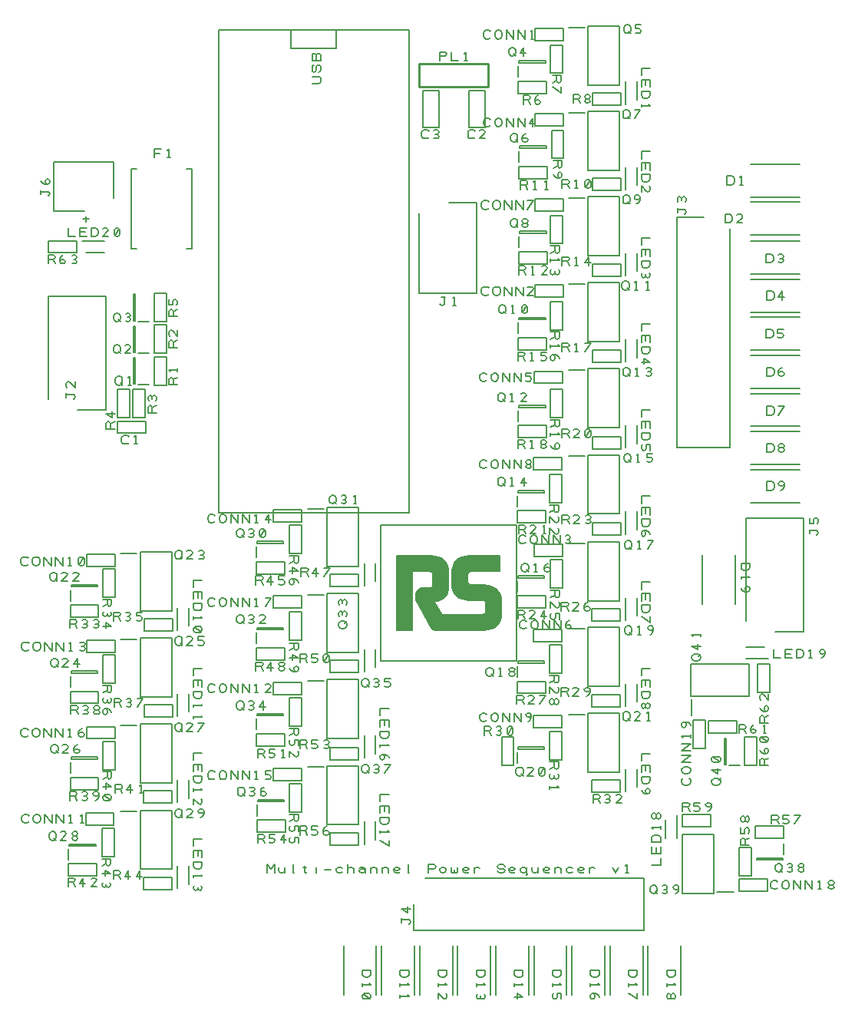
<source format=gbr>
G04 DesignSpark PCB PRO Gerber Version 10.0 Build 5299*
G04 #@! TF.Part,Single*
G04 #@! TF.FileFunction,Legend,Top*
G04 #@! TF.FilePolarity,Positive*
%FSLAX35Y35*%
%MOIN*%
%ADD10C,0.00500*%
%ADD80C,0.00787*%
%ADD11C,0.01000*%
G04 #@! TD.AperFunction*
X0Y0D02*
D02*
D10*
X20698Y152600D02*
X20385Y152287D01*
X19760Y151975D01*
X18823D01*
X18198Y152287D01*
X17885Y152600D01*
X17573Y153225D01*
Y154475D01*
X17885Y155100D01*
X18198Y155413D01*
X18823Y155725D01*
X19760D01*
X20385Y155413D01*
X20698Y155100D01*
X22573Y153225D02*
Y154475D01*
X22885Y155100D01*
X23198Y155413D01*
X23823Y155725D01*
X24448D01*
X25073Y155413D01*
X25385Y155100D01*
X25698Y154475D01*
Y153225D01*
X25385Y152600D01*
X25073Y152287D01*
X24448Y151975D01*
X23823D01*
X23198Y152287D01*
X22885Y152600D01*
X22573Y153225D01*
X27573Y151975D02*
Y155725D01*
X30698Y151975D01*
Y155725D01*
X32573Y151975D02*
Y155725D01*
X35698Y151975D01*
Y155725D01*
X38198Y151975D02*
X39448D01*
X38823D02*
Y155725D01*
X38198Y155100D01*
X42573Y152913D02*
X42885Y153537D01*
X43510Y153850D01*
X44135D01*
X44760Y153537D01*
X45073Y152913D01*
X44760Y152287D01*
X44135Y151975D01*
X43510D01*
X42885Y152287D01*
X42573Y152913D01*
Y153850D01*
X42885Y154787D01*
X43510Y155413D01*
X44135Y155725D01*
X20698Y227009D02*
X20385Y226697D01*
X19760Y226384D01*
X18823D01*
X18198Y226697D01*
X17885Y227009D01*
X17573Y227634D01*
Y228884D01*
X17885Y229509D01*
X18198Y229822D01*
X18823Y230134D01*
X19760D01*
X20385Y229822D01*
X20698Y229509D01*
X22573Y227634D02*
Y228884D01*
X22885Y229509D01*
X23198Y229822D01*
X23823Y230134D01*
X24448D01*
X25073Y229822D01*
X25385Y229509D01*
X25698Y228884D01*
Y227634D01*
X25385Y227009D01*
X25073Y226697D01*
X24448Y226384D01*
X23823D01*
X23198Y226697D01*
X22885Y227009D01*
X22573Y227634D01*
X27573Y226384D02*
Y230134D01*
X30698Y226384D01*
Y230134D01*
X32573Y226384D02*
Y230134D01*
X35698Y226384D01*
Y230134D01*
X38198Y226384D02*
X39448D01*
X38823D02*
Y230134D01*
X38198Y229509D01*
X42885Y226697D02*
X43510Y226384D01*
X44135D01*
X44760Y226697D01*
X45073Y227322D01*
Y229197D01*
X44760Y229822D01*
X44135Y230134D01*
X43510D01*
X42885Y229822D01*
X42573Y229197D01*
Y227322D01*
X42885Y226697D01*
X44760Y229822D01*
X21092Y115198D02*
X20779Y114886D01*
X20154Y114573D01*
X19217D01*
X18592Y114886D01*
X18279Y115198D01*
X17967Y115823D01*
Y117073D01*
X18279Y117698D01*
X18592Y118011D01*
X19217Y118323D01*
X20154D01*
X20779Y118011D01*
X21092Y117698D01*
X22967Y115823D02*
Y117073D01*
X23279Y117698D01*
X23592Y118011D01*
X24217Y118323D01*
X24842D01*
X25467Y118011D01*
X25779Y117698D01*
X26092Y117073D01*
Y115823D01*
X25779Y115198D01*
X25467Y114886D01*
X24842Y114573D01*
X24217D01*
X23592Y114886D01*
X23279Y115198D01*
X22967Y115823D01*
X27967Y114573D02*
Y118323D01*
X31092Y114573D01*
Y118323D01*
X32967Y114573D02*
Y118323D01*
X36092Y114573D01*
Y118323D01*
X38592Y114573D02*
X39842D01*
X39217D02*
Y118323D01*
X38592Y117698D01*
X43592Y114573D02*
X44842D01*
X44217D02*
Y118323D01*
X43592Y117698D01*
X21092Y190002D02*
X20779Y189689D01*
X20154Y189376D01*
X19217D01*
X18592Y189689D01*
X18279Y190002D01*
X17967Y190626D01*
Y191876D01*
X18279Y192502D01*
X18592Y192814D01*
X19217Y193126D01*
X20154D01*
X20779Y192814D01*
X21092Y192502D01*
X22967Y190626D02*
Y191876D01*
X23279Y192502D01*
X23592Y192814D01*
X24217Y193126D01*
X24842D01*
X25467Y192814D01*
X25779Y192502D01*
X26092Y191876D01*
Y190626D01*
X25779Y190002D01*
X25467Y189689D01*
X24842Y189376D01*
X24217D01*
X23592Y189689D01*
X23279Y190002D01*
X22967Y190626D01*
X27967Y189376D02*
Y193126D01*
X31092Y189376D01*
Y193126D01*
X32967Y189376D02*
Y193126D01*
X36092Y189376D01*
Y193126D01*
X38592Y189376D02*
X39842D01*
X39217D02*
Y193126D01*
X38592Y192502D01*
X43279Y189689D02*
X43904Y189376D01*
X44529D01*
X45154Y189689D01*
X45467Y190314D01*
X45154Y190939D01*
X44529Y191252D01*
X43904D01*
X44529D02*
X45154Y191564D01*
X45467Y192189D01*
X45154Y192814D01*
X44529Y193126D01*
X43904D01*
X43279Y192814D01*
X29384Y357487D02*
Y361237D01*
X31571D01*
X32196Y360924D01*
X32509Y360299D01*
X32196Y359674D01*
X31571Y359362D01*
X29384D01*
X31571D02*
X32509Y357487D01*
X34384Y358424D02*
X34696Y359049D01*
X35321Y359362D01*
X35946D01*
X36571Y359049D01*
X36884Y358424D01*
X36571Y357799D01*
X35946Y357487D01*
X35321D01*
X34696Y357799D01*
X34384Y358424D01*
Y359362D01*
X34696Y360299D01*
X35321Y360924D01*
X35946Y361237D01*
X39696Y357799D02*
X40321Y357487D01*
X40946D01*
X41571Y357799D01*
X41884Y358424D01*
X41571Y359049D01*
X40946Y359362D01*
X40321D01*
X40946D02*
X41571Y359674D01*
X41884Y360299D01*
X41571Y360924D01*
X40946Y361237D01*
X40321D01*
X39696Y360924D01*
X29778Y108343D02*
Y109593D01*
X30090Y110218D01*
X30403Y110531D01*
X31028Y110843D01*
X31653D01*
X32278Y110531D01*
X32590Y110218D01*
X32903Y109593D01*
Y108343D01*
X32590Y107718D01*
X32278Y107406D01*
X31653Y107093D01*
X31028D01*
X30403Y107406D01*
X30090Y107718D01*
X29778Y108343D01*
X31965Y108031D02*
X32903Y107093D01*
X37278D02*
X34778D01*
X36965Y109281D01*
X37278Y109906D01*
X36965Y110531D01*
X36340Y110843D01*
X35403D01*
X34778Y110531D01*
X40715Y108968D02*
X41340D01*
X41965Y109281D01*
X42278Y109906D01*
X41965Y110531D01*
X41340Y110843D01*
X40715D01*
X40090Y110531D01*
X39778Y109906D01*
X40090Y109281D01*
X40715Y108968D01*
X40090Y108656D01*
X39778Y108031D01*
X40090Y107406D01*
X40715Y107093D01*
X41340D01*
X41965Y107406D01*
X42278Y108031D01*
X41965Y108656D01*
X41340Y108968D01*
X30171Y220941D02*
Y222191D01*
X30484Y222817D01*
X30796Y223129D01*
X31421Y223441D01*
X32046D01*
X32671Y223129D01*
X32984Y222817D01*
X33296Y222191D01*
Y220941D01*
X32984Y220317D01*
X32671Y220004D01*
X32046Y219691D01*
X31421D01*
X30796Y220004D01*
X30484Y220317D01*
X30171Y220941D01*
X32359Y220629D02*
X33296Y219691D01*
X37671D02*
X35171D01*
X37359Y221879D01*
X37671Y222504D01*
X37359Y223129D01*
X36734Y223441D01*
X35796D01*
X35171Y223129D01*
X42671Y219691D02*
X40171D01*
X42359Y221879D01*
X42671Y222504D01*
X42359Y223129D01*
X41734Y223441D01*
X40796D01*
X40171Y223129D01*
X30565Y146138D02*
Y147388D01*
X30878Y148013D01*
X31190Y148326D01*
X31815Y148638D01*
X32440D01*
X33065Y148326D01*
X33378Y148013D01*
X33690Y147388D01*
Y146138D01*
X33378Y145513D01*
X33065Y145201D01*
X32440Y144888D01*
X31815D01*
X31190Y145201D01*
X30878Y145513D01*
X30565Y146138D01*
X32752Y145826D02*
X33690Y144888D01*
X38065D02*
X35565D01*
X37752Y147076D01*
X38065Y147701D01*
X37752Y148326D01*
X37128Y148638D01*
X36190D01*
X35565Y148326D01*
X40565Y145826D02*
X40878Y146451D01*
X41502Y146763D01*
X42128D01*
X42752Y146451D01*
X43065Y145826D01*
X42752Y145201D01*
X42128Y144888D01*
X41502D01*
X40878Y145201D01*
X40565Y145826D01*
Y146763D01*
X40878Y147701D01*
X41502Y148326D01*
X42128Y148638D01*
X30565Y183540D02*
Y184790D01*
X30878Y185415D01*
X31190Y185728D01*
X31815Y186040D01*
X32440D01*
X33065Y185728D01*
X33378Y185415D01*
X33690Y184790D01*
Y183540D01*
X33378Y182915D01*
X33065Y182602D01*
X32440Y182290D01*
X31815D01*
X31190Y182602D01*
X30878Y182915D01*
X30565Y183540D01*
X32752Y183228D02*
X33690Y182290D01*
X38065D02*
X35565D01*
X37752Y184478D01*
X38065Y185102D01*
X37752Y185728D01*
X37128Y186040D01*
X36190D01*
X35565Y185728D01*
X42128Y182290D02*
Y186040D01*
X40565Y183540D01*
X43065D01*
X29396Y386864D02*
X29709Y387177D01*
X30021Y387802D01*
X29709Y388427D01*
X29396Y388739D01*
X26271D01*
Y389364D01*
Y388739D02*
Y387489D01*
X29083Y391864D02*
X28459Y392177D01*
X28146Y392802D01*
Y393427D01*
X28459Y394052D01*
X29083Y394364D01*
X29709Y394052D01*
X30021Y393427D01*
Y392802D01*
X29709Y392177D01*
X29083Y391864D01*
X28146D01*
X27209Y392177D01*
X26583Y392802D01*
X26271Y393427D01*
X38045Y87014D02*
Y90764D01*
X40233D01*
X40858Y90452D01*
X41170Y89827D01*
X40858Y89202D01*
X40233Y88889D01*
X38045D01*
X40233D02*
X41170Y87014D01*
X44608D02*
Y90764D01*
X43045Y88264D01*
X45545D01*
X50545Y87014D02*
X48045D01*
X50233Y89202D01*
X50545Y89827D01*
X50233Y90452D01*
X49608Y90764D01*
X48670D01*
X48045Y90452D01*
X38045Y373048D02*
Y369298D01*
X41170D01*
X43045D02*
Y373048D01*
X46170D01*
X45545Y371173D02*
X43045D01*
Y369298D02*
X46170D01*
X48045D02*
Y373048D01*
X49920D01*
X50545Y372735D01*
X50858Y372423D01*
X51170Y371798D01*
Y370548D01*
X50858Y369923D01*
X50545Y369610D01*
X49920Y369298D01*
X48045D01*
X55545D02*
X53045D01*
X55233Y371485D01*
X55545Y372110D01*
X55233Y372735D01*
X54608Y373048D01*
X53670D01*
X53045Y372735D01*
X58358Y369610D02*
X58983Y369298D01*
X59608D01*
X60233Y369610D01*
X60545Y370235D01*
Y372110D01*
X60233Y372735D01*
X59608Y373048D01*
X58983D01*
X58358Y372735D01*
X58045Y372110D01*
Y370235D01*
X58358Y369610D01*
X60233Y372735D01*
X38194Y91694D02*
Y96994D01*
X50494D01*
Y91694D01*
X38194D01*
X38833Y124416D02*
Y128166D01*
X41020D01*
X41645Y127854D01*
X41958Y127228D01*
X41645Y126604D01*
X41020Y126291D01*
X38833D01*
X41020D02*
X41958Y124416D01*
X44145Y124728D02*
X44770Y124416D01*
X45395D01*
X46020Y124728D01*
X46333Y125354D01*
X46020Y125978D01*
X45395Y126291D01*
X44770D01*
X45395D02*
X46020Y126604D01*
X46333Y127228D01*
X46020Y127854D01*
X45395Y128166D01*
X44770D01*
X44145Y127854D01*
X49770Y124416D02*
X50395Y124728D01*
X51020Y125354D01*
X51333Y126291D01*
Y127228D01*
X51020Y127854D01*
X50395Y128166D01*
X49770D01*
X49145Y127854D01*
X48833Y127228D01*
X49145Y126604D01*
X49770Y126291D01*
X50395D01*
X51020Y126604D01*
X51333Y127228D01*
X38833Y199219D02*
Y202969D01*
X41020D01*
X41645Y202657D01*
X41958Y202031D01*
X41645Y201407D01*
X41020Y201094D01*
X38833D01*
X41020D02*
X41958Y199219D01*
X44145Y199531D02*
X44770Y199219D01*
X45395D01*
X46020Y199531D01*
X46333Y200157D01*
X46020Y200781D01*
X45395Y201094D01*
X44770D01*
X45395D02*
X46020Y201407D01*
X46333Y202031D01*
X46020Y202657D01*
X45395Y202969D01*
X44770D01*
X44145Y202657D01*
X49145Y199531D02*
X49770Y199219D01*
X50395D01*
X51020Y199531D01*
X51333Y200157D01*
X51020Y200781D01*
X50395Y201094D01*
X49770D01*
X50395D02*
X51020Y201407D01*
X51333Y202031D01*
X51020Y202657D01*
X50395Y202969D01*
X49770D01*
X49145Y202657D01*
X38982Y129096D02*
Y134396D01*
X51282D01*
Y129096D01*
X38982D01*
Y166498D02*
Y171798D01*
X51282D01*
Y166498D01*
X38982D01*
Y203899D02*
Y209199D01*
X51282D01*
Y203899D01*
X38982D01*
X39226Y161817D02*
Y165567D01*
X41414D01*
X42039Y165255D01*
X42352Y164630D01*
X42039Y164005D01*
X41414Y163693D01*
X39226D01*
X41414D02*
X42352Y161817D01*
X44539Y162130D02*
X45164Y161817D01*
X45789D01*
X46414Y162130D01*
X46726Y162755D01*
X46414Y163380D01*
X45789Y163693D01*
X45164D01*
X45789D02*
X46414Y164005D01*
X46726Y164630D01*
X46414Y165255D01*
X45789Y165567D01*
X45164D01*
X44539Y165255D01*
X50164Y163693D02*
X50789D01*
X51414Y164005D01*
X51726Y164630D01*
X51414Y165255D01*
X50789Y165567D01*
X50164D01*
X49539Y165255D01*
X49226Y164630D01*
X49539Y164005D01*
X50164Y163693D01*
X49539Y163380D01*
X49226Y162755D01*
X49539Y162130D01*
X50164Y161817D01*
X50789D01*
X51414Y162130D01*
X51726Y162755D01*
X51414Y163380D01*
X50789Y163693D01*
X41833Y367467D02*
Y362167D01*
X29533D01*
Y367467D01*
X41833D01*
X40420Y298675D02*
X40732Y298988D01*
X41045Y299613D01*
X40732Y300238D01*
X40420Y300550D01*
X37295D01*
Y301175D01*
Y300550D02*
Y299300D01*
X41045Y306175D02*
Y303675D01*
X38857Y305863D01*
X38232Y306175D01*
X37607Y305863D01*
X37295Y305238D01*
Y304300D01*
X37607Y303675D01*
X44600Y376847D02*
X47100D01*
X45850Y375597D02*
Y378097D01*
X52762Y99069D02*
X56512D01*
Y96881D01*
X56200Y96256D01*
X55575Y95944D01*
X54950Y96256D01*
X54637Y96881D01*
Y99069D01*
Y96881D02*
X52762Y95944D01*
Y92506D02*
X56512D01*
X54012Y94069D01*
Y91569D01*
X53075Y88756D02*
X52762Y88131D01*
Y87506D01*
X53075Y86881D01*
X53700Y86569D01*
X54325Y86881D01*
X54637Y87506D01*
Y88131D01*
Y87506D02*
X54950Y86881D01*
X55575Y86569D01*
X56200Y86881D01*
X56512Y87506D01*
Y88131D01*
X56200Y88756D01*
X53156Y136864D02*
X56906D01*
Y134677D01*
X56594Y134052D01*
X55969Y133739D01*
X55344Y134052D01*
X55031Y134677D01*
Y136864D01*
Y134677D02*
X53156Y133739D01*
Y130302D02*
X56906D01*
X54406Y131864D01*
Y129364D01*
X53469Y126552D02*
X53156Y125927D01*
Y125302D01*
X53469Y124677D01*
X54094Y124364D01*
X55969D01*
X56594Y124677D01*
X56906Y125302D01*
Y125927D01*
X56594Y126552D01*
X55969Y126864D01*
X54094D01*
X53469Y126552D01*
X56594Y124677D01*
X53156Y174266D02*
X56906D01*
Y172078D01*
X56594Y171453D01*
X55969Y171141D01*
X55344Y171453D01*
X55031Y172078D01*
Y174266D01*
Y172078D02*
X53156Y171141D01*
X53469Y168953D02*
X53156Y168328D01*
Y167703D01*
X53469Y167078D01*
X54094Y166766D01*
X54719Y167078D01*
X55031Y167703D01*
Y168328D01*
Y167703D02*
X55344Y167078D01*
X55969Y166766D01*
X56594Y167078D01*
X56906Y167703D01*
Y168328D01*
X56594Y168953D01*
X54094Y164266D02*
X54719Y163953D01*
X55031Y163328D01*
Y162703D01*
X54719Y162078D01*
X54094Y161766D01*
X53469Y162078D01*
X53156Y162703D01*
Y163328D01*
X53469Y163953D01*
X54094Y164266D01*
X55031D01*
X55969Y163953D01*
X56594Y163328D01*
X56906Y162703D01*
X53156Y211667D02*
X56906D01*
Y209480D01*
X56594Y208855D01*
X55969Y208542D01*
X55344Y208855D01*
X55031Y209480D01*
Y211667D01*
Y209480D02*
X53156Y208542D01*
X53469Y206355D02*
X53156Y205730D01*
Y205105D01*
X53469Y204480D01*
X54094Y204167D01*
X54719Y204480D01*
X55031Y205105D01*
Y205730D01*
Y205105D02*
X55344Y204480D01*
X55969Y204167D01*
X56594Y204480D01*
X56906Y205105D01*
Y205730D01*
X56594Y206355D01*
X53156Y200105D02*
X56906D01*
X54406Y201667D01*
Y199167D01*
X57730Y90164D02*
Y93914D01*
X59918D01*
X60543Y93602D01*
X60856Y92976D01*
X60543Y92352D01*
X59918Y92039D01*
X57730D01*
X59918D02*
X60856Y90164D01*
X64293D02*
Y93914D01*
X62730Y91414D01*
X65230D01*
X69293Y90164D02*
Y93914D01*
X67730Y91414D01*
X70230D01*
X57730Y202369D02*
Y206119D01*
X59918D01*
X60543Y205806D01*
X60856Y205181D01*
X60543Y204556D01*
X59918Y204244D01*
X57730D01*
X59918D02*
X60856Y202369D01*
X63043Y202681D02*
X63668Y202369D01*
X64293D01*
X64918Y202681D01*
X65230Y203306D01*
X64918Y203931D01*
X64293Y204244D01*
X63668D01*
X64293D02*
X64918Y204556D01*
X65230Y205181D01*
X64918Y205806D01*
X64293Y206119D01*
X63668D01*
X63043Y205806D01*
X67730Y202681D02*
X68356Y202369D01*
X69293D01*
X69918Y202681D01*
X70230Y203306D01*
Y203619D01*
X69918Y204244D01*
X69293Y204556D01*
X67730D01*
Y206119D01*
X70230D01*
X57730Y319760D02*
Y321010D01*
X58043Y321635D01*
X58356Y321948D01*
X58980Y322260D01*
X59606D01*
X60230Y321948D01*
X60543Y321635D01*
X60856Y321010D01*
Y319760D01*
X60543Y319135D01*
X60230Y318823D01*
X59606Y318510D01*
X58980D01*
X58356Y318823D01*
X58043Y319135D01*
X57730Y319760D01*
X59918Y319448D02*
X60856Y318510D01*
X65230D02*
X62730D01*
X64918Y320698D01*
X65230Y321323D01*
X64918Y321948D01*
X64293Y322260D01*
X63356D01*
X62730Y321948D01*
X57730Y333540D02*
Y334790D01*
X58043Y335415D01*
X58356Y335728D01*
X58980Y336040D01*
X59606D01*
X60230Y335728D01*
X60543Y335415D01*
X60856Y334790D01*
Y333540D01*
X60543Y332915D01*
X60230Y332602D01*
X59606Y332290D01*
X58980D01*
X58356Y332602D01*
X58043Y332915D01*
X57730Y333540D01*
X59918Y333228D02*
X60856Y332290D01*
X63043Y332602D02*
X63668Y332290D01*
X64293D01*
X64918Y332602D01*
X65230Y333228D01*
X64918Y333852D01*
X64293Y334165D01*
X63668D01*
X64293D02*
X64918Y334478D01*
X65230Y335102D01*
X64918Y335728D01*
X64293Y336040D01*
X63668D01*
X63043Y335728D01*
X57975Y119042D02*
Y113742D01*
X45675D01*
Y119042D01*
X57975D01*
X58018Y100006D02*
X52718D01*
Y112306D01*
X58018D01*
Y100006D01*
X58124Y164967D02*
Y168717D01*
X60311D01*
X60937Y168405D01*
X61249Y167780D01*
X60937Y167155D01*
X60311Y166842D01*
X58124D01*
X60311D02*
X61249Y164967D01*
X63437Y165280D02*
X64061Y164967D01*
X64687D01*
X65311Y165280D01*
X65624Y165905D01*
X65311Y166530D01*
X64687Y166842D01*
X64061D01*
X64687D02*
X65311Y167155D01*
X65624Y167780D01*
X65311Y168405D01*
X64687Y168717D01*
X64061D01*
X63437Y168405D01*
X68124Y164967D02*
X70624Y168717D01*
X68124D01*
X58369Y156443D02*
Y151143D01*
X46069D01*
Y156443D01*
X58369D01*
Y193845D02*
Y188545D01*
X46069D01*
Y193845D01*
X58369D01*
Y231246D02*
Y225946D01*
X46069D01*
Y231246D01*
X58369D01*
X58412Y137801D02*
X53112D01*
Y150101D01*
X58412D01*
Y137801D01*
Y175202D02*
X53112D01*
Y187502D01*
X58412D01*
Y175202D01*
Y212604D02*
X53112D01*
Y224904D01*
X58412D01*
Y212604D01*
X58518Y127565D02*
Y131315D01*
X60705D01*
X61330Y131003D01*
X61643Y130378D01*
X61330Y129753D01*
X60705Y129441D01*
X58518D01*
X60705D02*
X61643Y127565D01*
X65080D02*
Y131315D01*
X63518Y128815D01*
X66018D01*
X69143Y127565D02*
X70393D01*
X69768D02*
Y131315D01*
X69143Y130691D01*
X58518Y305981D02*
Y307231D01*
X58830Y307856D01*
X59143Y308169D01*
X59768Y308481D01*
X60393D01*
X61018Y308169D01*
X61330Y307856D01*
X61643Y307231D01*
Y305981D01*
X61330Y305356D01*
X61018Y305043D01*
X60393Y304731D01*
X59768D01*
X59143Y305043D01*
X58830Y305356D01*
X58518Y305981D01*
X60705Y305669D02*
X61643Y304731D01*
X64143D02*
X65393D01*
X64768D02*
Y308481D01*
X64143Y307856D01*
X58368Y285683D02*
X54618D01*
Y287870D01*
X54930Y288496D01*
X55555Y288808D01*
X56180Y288496D01*
X56493Y287870D01*
Y285683D01*
Y287870D02*
X58368Y288808D01*
Y292246D02*
X54618D01*
X57118Y290683D01*
Y293183D01*
X59411Y302857D02*
X64711D01*
Y290557D01*
X59411D01*
Y302857D01*
X59454Y283820D02*
Y289120D01*
X71754D01*
Y283820D01*
X59454D01*
X64399Y279765D02*
X64086Y279453D01*
X63461Y279140D01*
X62524D01*
X61899Y279453D01*
X61586Y279765D01*
X61274Y280390D01*
Y281640D01*
X61586Y282265D01*
X61899Y282578D01*
X62524Y282890D01*
X63461D01*
X64086Y282578D01*
X64399Y282265D01*
X66899Y279140D02*
X68149D01*
X67524D02*
Y282890D01*
X66899Y282265D01*
X66104Y302857D02*
X71404D01*
Y290557D01*
X66104D01*
Y302857D01*
X75447Y403550D02*
Y407300D01*
X78572D01*
X77947Y405425D02*
X75447D01*
X81072Y403550D02*
X82322D01*
X81697D02*
Y407300D01*
X81072Y406675D01*
X76478Y292770D02*
X72728D01*
Y294957D01*
X73040Y295582D01*
X73665Y295895D01*
X74290Y295582D01*
X74603Y294957D01*
Y292770D01*
Y294957D02*
X76478Y295895D01*
X76165Y298082D02*
X76478Y298707D01*
Y299332D01*
X76165Y299957D01*
X75540Y300270D01*
X74915Y299957D01*
X74603Y299332D01*
Y298707D01*
Y299332D02*
X74290Y299957D01*
X73665Y300270D01*
X73040Y299957D01*
X72728Y299332D01*
Y298707D01*
X73040Y298082D01*
X80853Y304730D02*
X75553D01*
Y317030D01*
X80853D01*
Y304730D01*
Y318509D02*
X75553D01*
Y330809D01*
X80853D01*
Y318509D01*
Y332289D02*
X75553D01*
Y344589D01*
X80853D01*
Y332289D01*
X83172Y91089D02*
Y85789D01*
X70872D01*
Y91089D01*
X83172D01*
Y128491D02*
Y123191D01*
X70872D01*
Y128491D01*
X83172D01*
X83565Y165892D02*
Y160592D01*
X71265D01*
Y165892D01*
X83565D01*
Y203294D02*
Y197994D01*
X71265D01*
Y203294D01*
X83565D01*
X84502Y118185D02*
Y119435D01*
X84815Y120061D01*
X85127Y120373D01*
X85752Y120685D01*
X86377D01*
X87002Y120373D01*
X87315Y120061D01*
X87627Y119435D01*
Y118185D01*
X87315Y117561D01*
X87002Y117248D01*
X86377Y116935D01*
X85752D01*
X85127Y117248D01*
X84815Y117561D01*
X84502Y118185D01*
X86689Y117873D02*
X87627Y116935D01*
X92002D02*
X89502D01*
X91689Y119123D01*
X92002Y119748D01*
X91689Y120373D01*
X91065Y120685D01*
X90127D01*
X89502Y120373D01*
X95439Y116935D02*
X96065Y117248D01*
X96689Y117873D01*
X97002Y118811D01*
Y119748D01*
X96689Y120373D01*
X96065Y120685D01*
X95439D01*
X94815Y120373D01*
X94502Y119748D01*
X94815Y119123D01*
X95439Y118811D01*
X96065D01*
X96689Y119123D01*
X97002Y119748D01*
X84502Y155587D02*
Y156837D01*
X84815Y157462D01*
X85127Y157775D01*
X85752Y158087D01*
X86377D01*
X87002Y157775D01*
X87315Y157462D01*
X87627Y156837D01*
Y155587D01*
X87315Y154962D01*
X87002Y154650D01*
X86377Y154337D01*
X85752D01*
X85127Y154650D01*
X84815Y154962D01*
X84502Y155587D01*
X86689Y155275D02*
X87627Y154337D01*
X92002D02*
X89502D01*
X91689Y156525D01*
X92002Y157150D01*
X91689Y157775D01*
X91065Y158087D01*
X90127D01*
X89502Y157775D01*
X94502Y154337D02*
X97002Y158087D01*
X94502D01*
X84502Y192989D02*
Y194239D01*
X84815Y194864D01*
X85127Y195176D01*
X85752Y195489D01*
X86377D01*
X87002Y195176D01*
X87315Y194864D01*
X87627Y194239D01*
Y192989D01*
X87315Y192364D01*
X87002Y192051D01*
X86377Y191739D01*
X85752D01*
X85127Y192051D01*
X84815Y192364D01*
X84502Y192989D01*
X86689Y192676D02*
X87627Y191739D01*
X92002D02*
X89502D01*
X91689Y193926D01*
X92002Y194551D01*
X91689Y195176D01*
X91065Y195489D01*
X90127D01*
X89502Y195176D01*
X94502Y192051D02*
X95127Y191739D01*
X96065D01*
X96689Y192051D01*
X97002Y192676D01*
Y192989D01*
X96689Y193614D01*
X96065Y193926D01*
X94502D01*
Y195489D01*
X97002D01*
X84502Y230390D02*
Y231640D01*
X84815Y232265D01*
X85127Y232578D01*
X85752Y232890D01*
X86377D01*
X87002Y232578D01*
X87315Y232265D01*
X87627Y231640D01*
Y230390D01*
X87315Y229765D01*
X87002Y229453D01*
X86377Y229140D01*
X85752D01*
X85127Y229453D01*
X84815Y229765D01*
X84502Y230390D01*
X86689Y230078D02*
X87627Y229140D01*
X92002D02*
X89502D01*
X91689Y231328D01*
X92002Y231953D01*
X91689Y232578D01*
X91065Y232890D01*
X90127D01*
X89502Y232578D01*
X94815Y229453D02*
X95439Y229140D01*
X96065D01*
X96689Y229453D01*
X97002Y230078D01*
X96689Y230703D01*
X96065Y231015D01*
X95439D01*
X96065D02*
X96689Y231328D01*
X97002Y231953D01*
X96689Y232578D01*
X96065Y232890D01*
X95439D01*
X94815Y232578D01*
X85533Y304974D02*
X81783D01*
Y307162D01*
X82095Y307787D01*
X82720Y308100D01*
X83345Y307787D01*
X83658Y307162D01*
Y304974D01*
Y307162D02*
X85533Y308100D01*
Y310600D02*
Y311850D01*
Y311224D02*
X81783D01*
X82408Y310600D01*
X85533Y321116D02*
X81783D01*
Y323304D01*
X82095Y323929D01*
X82720Y324241D01*
X83345Y323929D01*
X83658Y323304D01*
Y321116D01*
Y323304D02*
X85533Y324241D01*
Y328616D02*
Y326116D01*
X83345Y328304D01*
X82720Y328616D01*
X82095Y328304D01*
X81783Y327679D01*
Y326741D01*
X82095Y326116D01*
X85533Y334502D02*
X81783D01*
Y336689D01*
X82095Y337315D01*
X82720Y337627D01*
X83345Y337315D01*
X83658Y336689D01*
Y334502D01*
Y336689D02*
X85533Y337627D01*
X85220Y339502D02*
X85533Y340127D01*
Y341065D01*
X85220Y341689D01*
X84595Y342002D01*
X84283D01*
X83658Y341689D01*
X83345Y341065D01*
Y339502D01*
X81783D01*
Y342002D01*
X96276Y107730D02*
X92526D01*
Y104605D01*
Y102730D02*
X96276D01*
Y99605D01*
X94401Y100230D02*
Y102730D01*
X92526D02*
Y99605D01*
Y97730D02*
X96276D01*
Y95855D01*
X95964Y95230D01*
X95651Y94918D01*
X95026Y94605D01*
X93776D01*
X93151Y94918D01*
X92839Y95230D01*
X92526Y95855D01*
Y97730D01*
Y92105D02*
Y90855D01*
Y91480D02*
X96276D01*
X95651Y92105D01*
X92839Y87418D02*
X92526Y86793D01*
Y86168D01*
X92839Y85543D01*
X93464Y85230D01*
X94089Y85543D01*
X94401Y86168D01*
Y86793D01*
Y86168D02*
X94714Y85543D01*
X95339Y85230D01*
X95964Y85543D01*
X96276Y86168D01*
Y86793D01*
X95964Y87418D01*
X96276Y145132D02*
X92526D01*
Y142007D01*
Y140132D02*
X96276D01*
Y137007D01*
X94401Y137632D02*
Y140132D01*
X92526D02*
Y137007D01*
Y135132D02*
X96276D01*
Y133257D01*
X95964Y132632D01*
X95651Y132319D01*
X95026Y132007D01*
X93776D01*
X93151Y132319D01*
X92839Y132632D01*
X92526Y133257D01*
Y135132D01*
Y129507D02*
Y128257D01*
Y128882D02*
X96276D01*
X95651Y129507D01*
X92526Y122632D02*
Y125132D01*
X94714Y122944D01*
X95339Y122632D01*
X95964Y122944D01*
X96276Y123569D01*
Y124507D01*
X95964Y125132D01*
X96276Y181746D02*
X92526D01*
Y178621D01*
Y176746D02*
X96276D01*
Y173621D01*
X94401Y174246D02*
Y176746D01*
X92526D02*
Y173621D01*
Y171746D02*
X96276D01*
Y169871D01*
X95964Y169246D01*
X95651Y168933D01*
X95026Y168621D01*
X93776D01*
X93151Y168933D01*
X92839Y169246D01*
X92526Y169871D01*
Y171746D01*
Y166121D02*
Y164871D01*
Y165496D02*
X96276D01*
X95651Y166121D01*
X92526Y161121D02*
Y159871D01*
Y160496D02*
X96276D01*
X95651Y161121D01*
X96276Y219935D02*
X92526D01*
Y216810D01*
Y214935D02*
X96276D01*
Y211810D01*
X94401Y212435D02*
Y214935D01*
X92526D02*
Y211810D01*
Y209935D02*
X96276D01*
Y208060D01*
X95964Y207435D01*
X95651Y207122D01*
X95026Y206810D01*
X93776D01*
X93151Y207122D01*
X92839Y207435D01*
X92526Y208060D01*
Y209935D01*
Y204310D02*
Y203060D01*
Y203685D02*
X96276D01*
X95651Y204310D01*
X92839Y199622D02*
X92526Y198998D01*
Y198372D01*
X92839Y197748D01*
X93464Y197435D01*
X95339D01*
X95964Y197748D01*
X96276Y198372D01*
Y198998D01*
X95964Y199622D01*
X95339Y199935D01*
X93464D01*
X92839Y199622D01*
X95964Y197748D01*
X101800Y134096D02*
X101488Y133783D01*
X100863Y133471D01*
X99925D01*
X99300Y133783D01*
X98988Y134096D01*
X98675Y134721D01*
Y135971D01*
X98988Y136596D01*
X99300Y136909D01*
X99925Y137221D01*
X100863D01*
X101488Y136909D01*
X101800Y136596D01*
X103675Y134721D02*
Y135971D01*
X103988Y136596D01*
X104300Y136909D01*
X104925Y137221D01*
X105550D01*
X106175Y136909D01*
X106488Y136596D01*
X106800Y135971D01*
Y134721D01*
X106488Y134096D01*
X106175Y133783D01*
X105550Y133471D01*
X104925D01*
X104300Y133783D01*
X103988Y134096D01*
X103675Y134721D01*
X108675Y133471D02*
Y137221D01*
X111800Y133471D01*
Y137221D01*
X113675Y133471D02*
Y137221D01*
X116800Y133471D01*
Y137221D01*
X119300Y133471D02*
X120550D01*
X119925D02*
Y137221D01*
X119300Y136596D01*
X123675Y133783D02*
X124300Y133471D01*
X125238D01*
X125863Y133783D01*
X126175Y134409D01*
Y134721D01*
X125863Y135346D01*
X125238Y135659D01*
X123675D01*
Y137221D01*
X126175D01*
X101800Y171891D02*
X101488Y171579D01*
X100863Y171266D01*
X99925D01*
X99300Y171579D01*
X98988Y171891D01*
X98675Y172516D01*
Y173766D01*
X98988Y174391D01*
X99300Y174704D01*
X99925Y175016D01*
X100863D01*
X101488Y174704D01*
X101800Y174391D01*
X103675Y172516D02*
Y173766D01*
X103988Y174391D01*
X104300Y174704D01*
X104925Y175016D01*
X105550D01*
X106175Y174704D01*
X106488Y174391D01*
X106800Y173766D01*
Y172516D01*
X106488Y171891D01*
X106175Y171579D01*
X105550Y171266D01*
X104925D01*
X104300Y171579D01*
X103988Y171891D01*
X103675Y172516D01*
X108675Y171266D02*
Y175016D01*
X111800Y171266D01*
Y175016D01*
X113675Y171266D02*
Y175016D01*
X116800Y171266D01*
Y175016D01*
X119300Y171266D02*
X120550D01*
X119925D02*
Y175016D01*
X119300Y174391D01*
X126175Y171266D02*
X123675D01*
X125863Y173454D01*
X126175Y174079D01*
X125863Y174704D01*
X125238Y175016D01*
X124300D01*
X123675Y174704D01*
X101800Y209293D02*
X101488Y208980D01*
X100863Y208668D01*
X99925D01*
X99300Y208980D01*
X98988Y209293D01*
X98675Y209918D01*
Y211168D01*
X98988Y211793D01*
X99300Y212106D01*
X99925Y212418D01*
X100863D01*
X101488Y212106D01*
X101800Y211793D01*
X103675Y209918D02*
Y211168D01*
X103988Y211793D01*
X104300Y212106D01*
X104925Y212418D01*
X105550D01*
X106175Y212106D01*
X106488Y211793D01*
X106800Y211168D01*
Y209918D01*
X106488Y209293D01*
X106175Y208980D01*
X105550Y208668D01*
X104925D01*
X104300Y208980D01*
X103988Y209293D01*
X103675Y209918D01*
X108675Y208668D02*
Y212418D01*
X111800Y208668D01*
Y212418D01*
X113675Y208668D02*
Y212418D01*
X116800Y208668D01*
Y212418D01*
X119300Y208668D02*
X120550D01*
X119925D02*
Y212418D01*
X119300Y211793D01*
X123675Y208668D02*
X126175Y212418D01*
X123675D01*
X101800Y245513D02*
X101488Y245201D01*
X100863Y244888D01*
X99925D01*
X99300Y245201D01*
X98988Y245513D01*
X98675Y246138D01*
Y247388D01*
X98988Y248013D01*
X99300Y248326D01*
X99925Y248638D01*
X100863D01*
X101488Y248326D01*
X101800Y248013D01*
X103675Y246138D02*
Y247388D01*
X103988Y248013D01*
X104300Y248326D01*
X104925Y248638D01*
X105550D01*
X106175Y248326D01*
X106488Y248013D01*
X106800Y247388D01*
Y246138D01*
X106488Y245513D01*
X106175Y245201D01*
X105550Y244888D01*
X104925D01*
X104300Y245201D01*
X103988Y245513D01*
X103675Y246138D01*
X108675Y244888D02*
Y248638D01*
X111800Y244888D01*
Y248638D01*
X113675Y244888D02*
Y248638D01*
X116800Y244888D01*
Y248638D01*
X119300Y244888D02*
X120550D01*
X119925D02*
Y248638D01*
X119300Y248013D01*
X125238Y244888D02*
Y248638D01*
X123675Y246138D01*
X126175D01*
X103400Y249463D02*
X186077D01*
Y458911D01*
X103400D01*
Y249463D01*
X111274Y165036D02*
Y166286D01*
X111586Y166911D01*
X111899Y167224D01*
X112524Y167536D01*
X113149D01*
X113774Y167224D01*
X114086Y166911D01*
X114399Y166286D01*
Y165036D01*
X114086Y164411D01*
X113774Y164098D01*
X113149Y163786D01*
X112524D01*
X111899Y164098D01*
X111586Y164411D01*
X111274Y165036D01*
X113461Y164724D02*
X114399Y163786D01*
X116586Y164098D02*
X117211Y163786D01*
X117836D01*
X118461Y164098D01*
X118774Y164724D01*
X118461Y165348D01*
X117836Y165661D01*
X117211D01*
X117836D02*
X118461Y165974D01*
X118774Y166598D01*
X118461Y167224D01*
X117836Y167536D01*
X117211D01*
X116586Y167224D01*
X122836Y163786D02*
Y167536D01*
X121274Y165036D01*
X123774D01*
X111274Y202437D02*
Y203687D01*
X111586Y204313D01*
X111899Y204625D01*
X112524Y204937D01*
X113149D01*
X113774Y204625D01*
X114086Y204313D01*
X114399Y203687D01*
Y202437D01*
X114086Y201813D01*
X113774Y201500D01*
X113149Y201187D01*
X112524D01*
X111899Y201500D01*
X111586Y201813D01*
X111274Y202437D01*
X113461Y202125D02*
X114399Y201187D01*
X116586Y201500D02*
X117211Y201187D01*
X117836D01*
X118461Y201500D01*
X118774Y202125D01*
X118461Y202750D01*
X117836Y203063D01*
X117211D01*
X117836D02*
X118461Y203375D01*
X118774Y204000D01*
X118461Y204625D01*
X117836Y204937D01*
X117211D01*
X116586Y204625D01*
X123774Y201187D02*
X121274D01*
X123461Y203375D01*
X123774Y204000D01*
X123461Y204625D01*
X122836Y204937D01*
X121899D01*
X121274Y204625D01*
X111274Y239839D02*
Y241089D01*
X111586Y241714D01*
X111899Y242027D01*
X112524Y242339D01*
X113149D01*
X113774Y242027D01*
X114086Y241714D01*
X114399Y241089D01*
Y239839D01*
X114086Y239214D01*
X113774Y238902D01*
X113149Y238589D01*
X112524D01*
X111899Y238902D01*
X111586Y239214D01*
X111274Y239839D01*
X113461Y239527D02*
X114399Y238589D01*
X116586Y238902D02*
X117211Y238589D01*
X117836D01*
X118461Y238902D01*
X118774Y239527D01*
X118461Y240152D01*
X117836Y240464D01*
X117211D01*
X117836D02*
X118461Y240777D01*
X118774Y241402D01*
X118461Y242027D01*
X117836Y242339D01*
X117211D01*
X116586Y242027D01*
X121586Y238902D02*
X122211Y238589D01*
X122836D01*
X123461Y238902D01*
X123774Y239527D01*
Y241402D01*
X123461Y242027D01*
X122836Y242339D01*
X122211D01*
X121586Y242027D01*
X121274Y241402D01*
Y239527D01*
X121586Y238902D01*
X123461Y242027D01*
X111667Y127634D02*
Y128884D01*
X111980Y129509D01*
X112293Y129822D01*
X112917Y130134D01*
X113543D01*
X114167Y129822D01*
X114480Y129509D01*
X114793Y128884D01*
Y127634D01*
X114480Y127009D01*
X114167Y126697D01*
X113543Y126384D01*
X112917D01*
X112293Y126697D01*
X111980Y127009D01*
X111667Y127634D01*
X113855Y127322D02*
X114793Y126384D01*
X116980Y126697D02*
X117605Y126384D01*
X118230D01*
X118855Y126697D01*
X119167Y127322D01*
X118855Y127947D01*
X118230Y128259D01*
X117605D01*
X118230D02*
X118855Y128572D01*
X119167Y129197D01*
X118855Y129822D01*
X118230Y130134D01*
X117605D01*
X116980Y129822D01*
X121667Y127322D02*
X121980Y127947D01*
X122605Y128259D01*
X123230D01*
X123855Y127947D01*
X124167Y127322D01*
X123855Y126697D01*
X123230Y126384D01*
X122605D01*
X121980Y126697D01*
X121667Y127322D01*
Y128259D01*
X121980Y129197D01*
X122605Y129822D01*
X123230Y130134D01*
X119541Y180715D02*
Y184465D01*
X121729D01*
X122354Y184153D01*
X122667Y183528D01*
X122354Y182903D01*
X121729Y182590D01*
X119541D01*
X121729D02*
X122667Y180715D01*
X126104D02*
Y184465D01*
X124541Y181965D01*
X127041D01*
X130479Y182590D02*
X131104D01*
X131729Y182903D01*
X132041Y183528D01*
X131729Y184153D01*
X131104Y184465D01*
X130479D01*
X129854Y184153D01*
X129541Y183528D01*
X129854Y182903D01*
X130479Y182590D01*
X129854Y182278D01*
X129541Y181653D01*
X129854Y181028D01*
X130479Y180715D01*
X131104D01*
X131729Y181028D01*
X132041Y181653D01*
X131729Y182278D01*
X131104Y182590D01*
X119541Y218117D02*
Y221867D01*
X121729D01*
X122354Y221554D01*
X122667Y220929D01*
X122354Y220304D01*
X121729Y219992D01*
X119541D01*
X121729D02*
X122667Y218117D01*
X126104D02*
Y221867D01*
X124541Y219367D01*
X127041D01*
X129541Y218429D02*
X130167Y218117D01*
X131104D01*
X131729Y218429D01*
X132041Y219054D01*
Y219367D01*
X131729Y219992D01*
X131104Y220304D01*
X129541D01*
Y221867D01*
X132041D01*
X119691Y147994D02*
Y153294D01*
X131991D01*
Y147994D01*
X119691D01*
Y185395D02*
Y190695D01*
X131991D01*
Y185395D01*
X119691D01*
Y222797D02*
Y228097D01*
X131991D01*
Y222797D01*
X119691D01*
X120084Y110592D02*
Y115892D01*
X132384D01*
Y110592D01*
X120084D01*
X120329Y105912D02*
Y109662D01*
X122516D01*
X123141Y109350D01*
X123454Y108724D01*
X123141Y108100D01*
X122516Y107787D01*
X120329D01*
X122516D02*
X123454Y105912D01*
X125329Y106224D02*
X125954Y105912D01*
X126891D01*
X127516Y106224D01*
X127829Y106850D01*
Y107162D01*
X127516Y107787D01*
X126891Y108100D01*
X125329D01*
Y109662D01*
X127829D01*
X131891Y105912D02*
Y109662D01*
X130329Y107162D01*
X132829D01*
X120329Y142920D02*
Y146670D01*
X122516D01*
X123141Y146357D01*
X123454Y145732D01*
X123141Y145107D01*
X122516Y144795D01*
X120329D01*
X122516D02*
X123454Y142920D01*
X125329Y143232D02*
X125954Y142920D01*
X126891D01*
X127516Y143232D01*
X127829Y143857D01*
Y144170D01*
X127516Y144795D01*
X126891Y145107D01*
X125329D01*
Y146670D01*
X127829D01*
X130954Y142920D02*
X132204D01*
X131579D02*
Y146670D01*
X130954Y146045D01*
X134258Y118360D02*
X138008D01*
Y116173D01*
X137696Y115548D01*
X137071Y115235D01*
X136446Y115548D01*
X136133Y116173D01*
Y118360D01*
Y116173D02*
X134258Y115235D01*
X134571Y113360D02*
X134258Y112735D01*
Y111798D01*
X134571Y111173D01*
X135196Y110860D01*
X135508D01*
X136133Y111173D01*
X136446Y111798D01*
Y113360D01*
X138008D01*
Y110860D01*
X134571Y108360D02*
X134258Y107735D01*
Y106798D01*
X134571Y106173D01*
X135196Y105860D01*
X135508D01*
X136133Y106173D01*
X136446Y106798D01*
Y108360D01*
X138008D01*
Y105860D01*
X134258Y155762D02*
X138008D01*
Y153574D01*
X137696Y152949D01*
X137071Y152637D01*
X136446Y152949D01*
X136133Y153574D01*
Y155762D01*
Y153574D02*
X134258Y152637D01*
X134571Y150762D02*
X134258Y150137D01*
Y149199D01*
X134571Y148574D01*
X135196Y148262D01*
X135508D01*
X136133Y148574D01*
X136446Y149199D01*
Y150762D01*
X138008D01*
Y148262D01*
X134258Y143262D02*
Y145762D01*
X136446Y143574D01*
X137071Y143262D01*
X137696Y143574D01*
X138008Y144199D01*
Y145137D01*
X137696Y145762D01*
X134258Y192770D02*
X138008D01*
Y190582D01*
X137696Y189957D01*
X137071Y189644D01*
X136446Y189957D01*
X136133Y190582D01*
Y192770D01*
Y190582D02*
X134258Y189644D01*
Y186207D02*
X138008D01*
X135508Y187770D01*
Y185270D01*
X134258Y181832D02*
X134571Y181207D01*
X135196Y180582D01*
X136133Y180270D01*
X137071D01*
X137696Y180582D01*
X138008Y181207D01*
Y181832D01*
X137696Y182457D01*
X137071Y182770D01*
X136446Y182457D01*
X136133Y181832D01*
Y181207D01*
X136446Y180582D01*
X137071Y180270D01*
X134258Y230565D02*
X138008D01*
Y228378D01*
X137696Y227752D01*
X137071Y227440D01*
X136446Y227752D01*
X136133Y228378D01*
Y230565D01*
Y228378D02*
X134258Y227440D01*
Y224002D02*
X138008D01*
X135508Y225565D01*
Y223065D01*
X135196Y220565D02*
X135821Y220252D01*
X136133Y219628D01*
Y219002D01*
X135821Y218378D01*
X135196Y218065D01*
X134571Y218378D01*
X134258Y219002D01*
Y219628D01*
X134571Y220252D01*
X135196Y220565D01*
X136133D01*
X137071Y220252D01*
X137696Y219628D01*
X138008Y219002D01*
X134896Y458911D02*
Y451037D01*
X154581D01*
Y458911D01*
X138833Y109455D02*
Y113205D01*
X141020D01*
X141645Y112893D01*
X141958Y112268D01*
X141645Y111643D01*
X141020Y111330D01*
X138833D01*
X141020D02*
X141958Y109455D01*
X143833Y109768D02*
X144458Y109455D01*
X145395D01*
X146020Y109768D01*
X146333Y110393D01*
Y110705D01*
X146020Y111330D01*
X145395Y111643D01*
X143833D01*
Y113205D01*
X146333D01*
X148833Y110393D02*
X149145Y111018D01*
X149770Y111330D01*
X150395D01*
X151020Y111018D01*
X151333Y110393D01*
X151020Y109768D01*
X150395Y109455D01*
X149770D01*
X149145Y109768D01*
X148833Y110393D01*
Y111330D01*
X149145Y112268D01*
X149770Y112893D01*
X150395Y113205D01*
X138833Y146857D02*
Y150607D01*
X141020D01*
X141645Y150294D01*
X141958Y149669D01*
X141645Y149044D01*
X141020Y148732D01*
X138833D01*
X141020D02*
X141958Y146857D01*
X143833Y147169D02*
X144458Y146857D01*
X145395D01*
X146020Y147169D01*
X146333Y147794D01*
Y148107D01*
X146020Y148732D01*
X145395Y149044D01*
X143833D01*
Y150607D01*
X146333D01*
X149145Y147169D02*
X149770Y146857D01*
X150395D01*
X151020Y147169D01*
X151333Y147794D01*
X151020Y148419D01*
X150395Y148732D01*
X149770D01*
X150395D02*
X151020Y149044D01*
X151333Y149669D01*
X151020Y150294D01*
X150395Y150607D01*
X149770D01*
X149145Y150294D01*
X138833Y184258D02*
Y188008D01*
X141020D01*
X141645Y187696D01*
X141958Y187071D01*
X141645Y186446D01*
X141020Y186133D01*
X138833D01*
X141020D02*
X141958Y184258D01*
X143833Y184571D02*
X144458Y184258D01*
X145395D01*
X146020Y184571D01*
X146333Y185196D01*
Y185508D01*
X146020Y186133D01*
X145395Y186446D01*
X143833D01*
Y188008D01*
X146333D01*
X149145Y184571D02*
X149770Y184258D01*
X150395D01*
X151020Y184571D01*
X151333Y185196D01*
Y187071D01*
X151020Y187696D01*
X150395Y188008D01*
X149770D01*
X149145Y187696D01*
X148833Y187071D01*
Y185196D01*
X149145Y184571D01*
X151020Y187696D01*
X139226Y221660D02*
Y225410D01*
X141414D01*
X142039Y225098D01*
X142352Y224472D01*
X142039Y223848D01*
X141414Y223535D01*
X139226D01*
X141414D02*
X142352Y221660D01*
X145789D02*
Y225410D01*
X144226Y222910D01*
X146726D01*
X149226Y221660D02*
X151726Y225410D01*
X149226D01*
X139471Y138333D02*
Y133033D01*
X127171D01*
Y138333D01*
X139471D01*
Y175735D02*
Y170435D01*
X127171D01*
Y175735D01*
X139471D01*
Y213136D02*
Y207836D01*
X127171D01*
Y213136D01*
X139471D01*
Y250538D02*
Y245238D01*
X127171D01*
Y250538D01*
X139471D01*
X139514Y119297D02*
X134214D01*
Y131597D01*
X139514D01*
Y119297D01*
Y156698D02*
X134214D01*
Y168998D01*
X139514D01*
Y156698D01*
Y194100D02*
X134214D01*
Y206400D01*
X139514D01*
Y194100D01*
Y231502D02*
X134214D01*
Y243802D01*
X139514D01*
Y231502D01*
X143988Y435663D02*
X146800D01*
X147425Y435976D01*
X147738Y436601D01*
Y437851D01*
X147425Y438476D01*
X146800Y438789D01*
X143988D01*
X146800Y440663D02*
X147425Y440976D01*
X147738Y441601D01*
Y442851D01*
X147425Y443476D01*
X146800Y443789D01*
X146175Y443476D01*
X145863Y442851D01*
Y441601D01*
X145550Y440976D01*
X144925Y440663D01*
X144300Y440976D01*
X143988Y441601D01*
Y442851D01*
X144300Y443476D01*
X144925Y443789D01*
X145863Y447851D02*
X146175Y448476D01*
X146800Y448789D01*
X147425Y448476D01*
X147738Y447851D01*
Y445663D01*
X143988D01*
Y447851D01*
X144300Y448476D01*
X144925Y448789D01*
X145550Y448476D01*
X145863Y447851D01*
Y445663D01*
X151431Y254406D02*
Y255656D01*
X151744Y256281D01*
X152056Y256594D01*
X152681Y256906D01*
X153306D01*
X153931Y256594D01*
X154244Y256281D01*
X154556Y255656D01*
Y254406D01*
X154244Y253781D01*
X153931Y253469D01*
X153306Y253156D01*
X152681D01*
X152056Y253469D01*
X151744Y253781D01*
X151431Y254406D01*
X153619Y254094D02*
X154556Y253156D01*
X156744Y253469D02*
X157369Y253156D01*
X157994D01*
X158619Y253469D01*
X158931Y254094D01*
X158619Y254719D01*
X157994Y255031D01*
X157369D01*
X157994D02*
X158619Y255344D01*
X158931Y255969D01*
X158619Y256594D01*
X157994Y256906D01*
X157369D01*
X156744Y256594D01*
X162056Y253156D02*
X163306D01*
X162681D02*
Y256906D01*
X162056Y256281D01*
X157905Y199069D02*
X156655D01*
X156030Y199381D01*
X155717Y199694D01*
X155405Y200319D01*
Y200944D01*
X155717Y201569D01*
X156030Y201881D01*
X156655Y202194D01*
X157905D01*
X158530Y201881D01*
X158843Y201569D01*
X159155Y200944D01*
Y200319D01*
X158843Y199694D01*
X158530Y199381D01*
X157905Y199069D01*
X158217Y201256D02*
X159155Y202194D01*
X158843Y204381D02*
X159155Y205006D01*
Y205631D01*
X158843Y206256D01*
X158217Y206569D01*
X157593Y206256D01*
X157280Y205631D01*
Y205006D01*
Y205631D02*
X156967Y206256D01*
X156343Y206569D01*
X155717Y206256D01*
X155405Y205631D01*
Y205006D01*
X155717Y204381D01*
X158843Y209381D02*
X159155Y210006D01*
Y210631D01*
X158843Y211256D01*
X158217Y211569D01*
X157593Y211256D01*
X157280Y210631D01*
Y210006D01*
Y210631D02*
X156967Y211256D01*
X156343Y211569D01*
X155717Y211256D01*
X155405Y210631D01*
Y210006D01*
X155717Y209381D01*
X164274Y110380D02*
Y105080D01*
X151974D01*
Y110380D01*
X164274D01*
Y147388D02*
Y142088D01*
X151974D01*
Y147388D01*
X164274D01*
Y185183D02*
Y179883D01*
X151974D01*
Y185183D01*
X164274D01*
Y222585D02*
Y217285D01*
X151974D01*
Y222585D01*
X164274D01*
X165754Y50644D02*
X169504D01*
Y48769D01*
X169192Y48144D01*
X168880Y47831D01*
X168254Y47519D01*
X167004D01*
X166380Y47831D01*
X166067Y48144D01*
X165754Y48769D01*
Y50644D01*
Y45019D02*
Y43769D01*
Y44394D02*
X169504D01*
X168880Y45019D01*
X166067Y40331D02*
X165754Y39706D01*
Y39081D01*
X166067Y38456D01*
X166692Y38144D01*
X168567D01*
X169192Y38456D01*
X169504Y39081D01*
Y39706D01*
X169192Y40331D01*
X168567Y40644D01*
X166692D01*
X166067Y40331D01*
X169192Y38456D01*
X165604Y137477D02*
Y138727D01*
X165917Y139352D01*
X166230Y139665D01*
X166854Y139977D01*
X167480D01*
X168104Y139665D01*
X168417Y139352D01*
X168730Y138727D01*
Y137477D01*
X168417Y136852D01*
X168104Y136539D01*
X167480Y136227D01*
X166854D01*
X166230Y136539D01*
X165917Y136852D01*
X165604Y137477D01*
X167792Y137165D02*
X168730Y136227D01*
X170917Y136539D02*
X171542Y136227D01*
X172167D01*
X172792Y136539D01*
X173104Y137165D01*
X172792Y137789D01*
X172167Y138102D01*
X171542D01*
X172167D02*
X172792Y138415D01*
X173104Y139039D01*
X172792Y139665D01*
X172167Y139977D01*
X171542D01*
X170917Y139665D01*
X175604Y136227D02*
X178104Y139977D01*
X175604D01*
X165604Y174878D02*
Y176128D01*
X165917Y176754D01*
X166230Y177066D01*
X166854Y177378D01*
X167480D01*
X168104Y177066D01*
X168417Y176754D01*
X168730Y176128D01*
Y174878D01*
X168417Y174254D01*
X168104Y173941D01*
X167480Y173628D01*
X166854D01*
X166230Y173941D01*
X165917Y174254D01*
X165604Y174878D01*
X167792Y174566D02*
X168730Y173628D01*
X170917Y173941D02*
X171542Y173628D01*
X172167D01*
X172792Y173941D01*
X173104Y174566D01*
X172792Y175191D01*
X172167Y175504D01*
X171542D01*
X172167D02*
X172792Y175816D01*
X173104Y176441D01*
X172792Y177066D01*
X172167Y177378D01*
X171542D01*
X170917Y177066D01*
X175604Y173941D02*
X176230Y173628D01*
X177167D01*
X177792Y173941D01*
X178104Y174566D01*
Y174878D01*
X177792Y175504D01*
X177167Y175816D01*
X175604D01*
Y177378D01*
X178104D01*
X177378Y127022D02*
X173628D01*
Y123896D01*
Y122022D02*
X177378D01*
Y118896D01*
X175504Y119522D02*
Y122022D01*
X173628D02*
Y118896D01*
Y117022D02*
X177378D01*
Y115146D01*
X177066Y114522D01*
X176754Y114209D01*
X176128Y113896D01*
X174878D01*
X174254Y114209D01*
X173941Y114522D01*
X173628Y115146D01*
Y117022D01*
Y111396D02*
Y110146D01*
Y110772D02*
X177378D01*
X176754Y111396D01*
X173628Y107022D02*
X177378Y104522D01*
Y107022D01*
Y164423D02*
X173628D01*
Y161298D01*
Y159423D02*
X177378D01*
Y156298D01*
X175504Y156923D02*
Y159423D01*
X173628D02*
Y156298D01*
Y154423D02*
X177378D01*
Y152548D01*
X177066Y151923D01*
X176754Y151611D01*
X176128Y151298D01*
X174878D01*
X174254Y151611D01*
X173941Y151923D01*
X173628Y152548D01*
Y154423D01*
Y148798D02*
Y147548D01*
Y148173D02*
X177378D01*
X176754Y148798D01*
X174566Y144423D02*
X175191Y144111D01*
X175504Y143486D01*
Y142861D01*
X175191Y142236D01*
X174566Y141923D01*
X173941Y142236D01*
X173628Y142861D01*
Y143486D01*
X173941Y144111D01*
X174566Y144423D01*
X175504D01*
X176441Y144111D01*
X177066Y143486D01*
X177378Y142861D01*
X173892Y243951D02*
X232947D01*
Y184898D01*
X173892D01*
Y243951D01*
X182290Y50644D02*
X186040D01*
Y48769D01*
X185728Y48144D01*
X185415Y47831D01*
X184790Y47519D01*
X183540D01*
X182915Y47831D01*
X182602Y48144D01*
X182290Y48769D01*
Y50644D01*
Y45019D02*
Y43769D01*
Y44394D02*
X186040D01*
X185415Y45019D01*
X182290Y40019D02*
Y38769D01*
Y39394D02*
X186040D01*
X185415Y40019D01*
X186089Y70722D02*
X186402Y71035D01*
X186714Y71660D01*
X186402Y72285D01*
X186089Y72598D01*
X182964D01*
Y73222D01*
Y72598D02*
Y71348D01*
X186714Y77285D02*
X182964D01*
X185464Y75722D01*
Y78222D01*
X194714Y412443D02*
X194401Y412130D01*
X193776Y411817D01*
X192839D01*
X192214Y412130D01*
X191901Y412443D01*
X191589Y413067D01*
Y414317D01*
X191901Y414943D01*
X192214Y415255D01*
X192839Y415567D01*
X193776D01*
X194401Y415255D01*
X194714Y414943D01*
X196901Y412130D02*
X197526Y411817D01*
X198151D01*
X198776Y412130D01*
X199089Y412755D01*
X198776Y413380D01*
X198151Y413693D01*
X197526D01*
X198151D02*
X198776Y414005D01*
X199089Y414630D01*
X198776Y415255D01*
X198151Y415567D01*
X197526D01*
X196901Y415255D01*
X198825Y50644D02*
X202575D01*
Y48769D01*
X202263Y48144D01*
X201950Y47831D01*
X201325Y47519D01*
X200075D01*
X199450Y47831D01*
X199138Y48144D01*
X198825Y48769D01*
Y50644D01*
Y45019D02*
Y43769D01*
Y44394D02*
X202575D01*
X201950Y45019D01*
X198825Y38144D02*
Y40644D01*
X201013Y38456D01*
X201638Y38144D01*
X202263Y38456D01*
X202575Y39081D01*
Y40019D01*
X202263Y40644D01*
X199026Y416659D02*
Y432659D01*
X192026D01*
Y416659D01*
X199026D01*
X199463Y340002D02*
X199775Y339689D01*
X200400Y339376D01*
X201025Y339689D01*
X201338Y340002D01*
Y343126D01*
X201963D01*
X201338D02*
X200088D01*
X205088Y339376D02*
X206338D01*
X205713D02*
Y343126D01*
X205088Y342502D01*
X199463Y445676D02*
Y449426D01*
X201650D01*
X202275Y449113D01*
X202588Y448488D01*
X202275Y447863D01*
X201650Y447551D01*
X199463D01*
X204463Y449426D02*
Y445676D01*
X207588D01*
X210088D02*
X211338D01*
X210713D02*
Y449426D01*
X210088Y448801D01*
X124581Y92920D02*
Y96670D01*
X126143Y94795D01*
X127706Y96670D01*
Y92920D01*
X129581Y95420D02*
Y93857D01*
X129893Y93232D01*
X130518Y92920D01*
X131143D01*
X131768Y93232D01*
X132081Y93857D01*
Y95420D02*
Y92920D01*
X136143D02*
X135831D01*
Y96670D01*
X140102Y95420D02*
X141560D01*
X140831Y96045D02*
Y93232D01*
X141143Y92920D01*
X141456D01*
X141768Y93232D01*
X145831Y92920D02*
Y95420D01*
Y96357D02*
X149581Y94170D02*
X152081D01*
X157081Y95107D02*
X156456Y95420D01*
X155518D01*
X154893Y95107D01*
X154581Y94482D01*
Y93857D01*
X154893Y93232D01*
X155518Y92920D01*
X156456D01*
X157081Y93232D01*
X159581Y92920D02*
Y96670D01*
Y94482D02*
X159893Y95107D01*
X160518Y95420D01*
X161143D01*
X161768Y95107D01*
X162081Y94482D01*
Y92920D01*
X164581Y95107D02*
X165206Y95420D01*
X166143D01*
X166768Y95107D01*
X167081Y94482D01*
Y93545D01*
X166768Y93232D01*
X166143Y92920D01*
X165518D01*
X164893Y93232D01*
X164581Y93545D01*
Y93857D01*
X164893Y94170D01*
X165518Y94482D01*
X166143D01*
X166768Y94170D01*
X167081Y93857D01*
Y93545D02*
Y92920D01*
X169581D02*
Y95420D01*
Y94482D02*
X169893Y95107D01*
X170518Y95420D01*
X171143D01*
X171768Y95107D01*
X172081Y94482D01*
Y92920D01*
X174581D02*
Y95420D01*
Y94482D02*
X174893Y95107D01*
X175518Y95420D01*
X176143D01*
X176768Y95107D01*
X177081Y94482D01*
Y92920D01*
X182081Y93232D02*
X181768Y92920D01*
X181143D01*
X180518D01*
X179893Y93232D01*
X179581Y93857D01*
Y94795D01*
X179893Y95107D01*
X180518Y95420D01*
X181143D01*
X181768Y95107D01*
X182081Y94795D01*
Y94482D01*
X181768Y94170D01*
X181143Y93857D01*
X180518D01*
X179893Y94170D01*
X179581Y94482D01*
X186143Y92920D02*
X185831D01*
Y96670D01*
X194581Y92920D02*
Y96670D01*
X196768D01*
X197393Y96357D01*
X197706Y95732D01*
X197393Y95107D01*
X196768Y94795D01*
X194581D01*
X199581Y93857D02*
X199893Y93232D01*
X200518Y92920D01*
X201143D01*
X201768Y93232D01*
X202081Y93857D01*
Y94482D01*
X201768Y95107D01*
X201143Y95420D01*
X200518D01*
X199893Y95107D01*
X199581Y94482D01*
Y93857D01*
X204581Y95420D02*
Y93232D01*
X204893Y92920D01*
X205518D01*
X205831Y93232D01*
Y94170D01*
Y93232D02*
X206143Y92920D01*
X206768D01*
X207081Y93232D01*
Y95420D01*
X212081Y93232D02*
X211768Y92920D01*
X211143D01*
X210518D01*
X209893Y93232D01*
X209581Y93857D01*
Y94795D01*
X209893Y95107D01*
X210518Y95420D01*
X211143D01*
X211768Y95107D01*
X212081Y94795D01*
Y94482D01*
X211768Y94170D01*
X211143Y93857D01*
X210518D01*
X209893Y94170D01*
X209581Y94482D01*
X214581Y92920D02*
Y95420D01*
Y94482D02*
X214893Y95107D01*
X215518Y95420D01*
X216143D01*
X216768Y95107D01*
X224581Y93857D02*
X224893Y93232D01*
X225518Y92920D01*
X226768D01*
X227393Y93232D01*
X227706Y93857D01*
X227393Y94482D01*
X226768Y94795D01*
X225518D01*
X224893Y95107D01*
X224581Y95732D01*
X224893Y96357D01*
X225518Y96670D01*
X226768D01*
X227393Y96357D01*
X227706Y95732D01*
X232081Y93232D02*
X231768Y92920D01*
X231143D01*
X230518D01*
X229893Y93232D01*
X229581Y93857D01*
Y94795D01*
X229893Y95107D01*
X230518Y95420D01*
X231143D01*
X231768Y95107D01*
X232081Y94795D01*
Y94482D01*
X231768Y94170D01*
X231143Y93857D01*
X230518D01*
X229893Y94170D01*
X229581Y94482D01*
X237081D02*
X236768Y95107D01*
X236143Y95420D01*
X235518D01*
X234893Y95107D01*
X234581Y94482D01*
Y93857D01*
X234893Y93232D01*
X235518Y92920D01*
X236143D01*
X236768Y93232D01*
X237081Y93857D01*
Y95420D02*
Y91982D01*
X237706Y92607D01*
X239581Y95420D02*
Y93857D01*
X239893Y93232D01*
X240518Y92920D01*
X241143D01*
X241768Y93232D01*
X242081Y93857D01*
Y95420D02*
Y92920D01*
X247081Y93232D02*
X246768Y92920D01*
X246143D01*
X245518D01*
X244893Y93232D01*
X244581Y93857D01*
Y94795D01*
X244893Y95107D01*
X245518Y95420D01*
X246143D01*
X246768Y95107D01*
X247081Y94795D01*
Y94482D01*
X246768Y94170D01*
X246143Y93857D01*
X245518D01*
X244893Y94170D01*
X244581Y94482D01*
X249581Y92920D02*
Y95420D01*
Y94482D02*
X249893Y95107D01*
X250518Y95420D01*
X251143D01*
X251768Y95107D01*
X252081Y94482D01*
Y92920D01*
X257081Y95107D02*
X256456Y95420D01*
X255518D01*
X254893Y95107D01*
X254581Y94482D01*
Y93857D01*
X254893Y93232D01*
X255518Y92920D01*
X256456D01*
X257081Y93232D01*
X262081D02*
X261768Y92920D01*
X261143D01*
X260518D01*
X259893Y93232D01*
X259581Y93857D01*
Y94795D01*
X259893Y95107D01*
X260518Y95420D01*
X261143D01*
X261768Y95107D01*
X262081Y94795D01*
Y94482D01*
X261768Y94170D01*
X261143Y93857D01*
X260518D01*
X259893Y94170D01*
X259581Y94482D01*
X264581Y92920D02*
Y95420D01*
Y94482D02*
X264893Y95107D01*
X265518Y95420D01*
X266143D01*
X266768Y95107D01*
X274581Y95420D02*
X275831Y92920D01*
X277081Y95420D01*
X280206Y92920D02*
X281456D01*
X280831D02*
Y96670D01*
X280206Y96045D01*
X214793Y412443D02*
X214480Y412130D01*
X213855Y411817D01*
X212917D01*
X212293Y412130D01*
X211980Y412443D01*
X211667Y413067D01*
Y414317D01*
X211980Y414943D01*
X212293Y415255D01*
X212917Y415567D01*
X213855D01*
X214480Y415255D01*
X214793Y414943D01*
X219167Y411817D02*
X216667D01*
X218855Y414005D01*
X219167Y414630D01*
X218855Y415255D01*
X218230Y415567D01*
X217293D01*
X216667Y415255D01*
X215361Y50644D02*
X219111D01*
Y48769D01*
X218798Y48144D01*
X218486Y47831D01*
X217861Y47519D01*
X216611D01*
X215986Y47831D01*
X215673Y48144D01*
X215361Y48769D01*
Y50644D01*
Y45019D02*
Y43769D01*
Y44394D02*
X219111D01*
X218486Y45019D01*
X215673Y40331D02*
X215361Y39706D01*
Y39081D01*
X215673Y38456D01*
X216298Y38144D01*
X216923Y38456D01*
X217236Y39081D01*
Y39706D01*
Y39081D02*
X217548Y38456D01*
X218173Y38144D01*
X218798Y38456D01*
X219111Y39081D01*
Y39706D01*
X218798Y40331D01*
X219911Y159293D02*
X219598Y158980D01*
X218973Y158668D01*
X218035D01*
X217411Y158980D01*
X217098Y159293D01*
X216785Y159918D01*
Y161168D01*
X217098Y161793D01*
X217411Y162106D01*
X218035Y162418D01*
X218973D01*
X219598Y162106D01*
X219911Y161793D01*
X221785Y159918D02*
Y161168D01*
X222098Y161793D01*
X222411Y162106D01*
X223035Y162418D01*
X223661D01*
X224285Y162106D01*
X224598Y161793D01*
X224911Y161168D01*
Y159918D01*
X224598Y159293D01*
X224285Y158980D01*
X223661Y158668D01*
X223035D01*
X222411Y158980D01*
X222098Y159293D01*
X221785Y159918D01*
X226785Y158668D02*
Y162418D01*
X229911Y158668D01*
Y162418D01*
X231785Y158668D02*
Y162418D01*
X234911Y158668D01*
Y162418D01*
X237723Y158668D02*
X238348Y158980D01*
X238973Y159606D01*
X239285Y160543D01*
Y161480D01*
X238973Y162106D01*
X238348Y162418D01*
X237723D01*
X237098Y162106D01*
X236785Y161480D01*
X237098Y160856D01*
X237723Y160543D01*
X238348D01*
X238973Y160856D01*
X239285Y161480D01*
X219911Y269135D02*
X219598Y268823D01*
X218973Y268510D01*
X218035D01*
X217411Y268823D01*
X217098Y269135D01*
X216785Y269760D01*
Y271010D01*
X217098Y271635D01*
X217411Y271948D01*
X218035Y272260D01*
X218973D01*
X219598Y271948D01*
X219911Y271635D01*
X221785Y269760D02*
Y271010D01*
X222098Y271635D01*
X222411Y271948D01*
X223035Y272260D01*
X223661D01*
X224285Y271948D01*
X224598Y271635D01*
X224911Y271010D01*
Y269760D01*
X224598Y269135D01*
X224285Y268823D01*
X223661Y268510D01*
X223035D01*
X222411Y268823D01*
X222098Y269135D01*
X221785Y269760D01*
X226785Y268510D02*
Y272260D01*
X229911Y268510D01*
Y272260D01*
X231785Y268510D02*
Y272260D01*
X234911Y268510D01*
Y272260D01*
X237723Y270385D02*
X238348D01*
X238973Y270698D01*
X239285Y271323D01*
X238973Y271948D01*
X238348Y272260D01*
X237723D01*
X237098Y271948D01*
X236785Y271323D01*
X237098Y270698D01*
X237723Y270385D01*
X237098Y270073D01*
X236785Y269448D01*
X237098Y268823D01*
X237723Y268510D01*
X238348D01*
X238973Y268823D01*
X239285Y269448D01*
X238973Y270073D01*
X238348Y270385D01*
X219911Y306931D02*
X219598Y306618D01*
X218973Y306306D01*
X218035D01*
X217411Y306618D01*
X217098Y306931D01*
X216785Y307556D01*
Y308806D01*
X217098Y309431D01*
X217411Y309743D01*
X218035Y310056D01*
X218973D01*
X219598Y309743D01*
X219911Y309431D01*
X221785Y307556D02*
Y308806D01*
X222098Y309431D01*
X222411Y309743D01*
X223035Y310056D01*
X223661D01*
X224285Y309743D01*
X224598Y309431D01*
X224911Y308806D01*
Y307556D01*
X224598Y306931D01*
X224285Y306618D01*
X223661Y306306D01*
X223035D01*
X222411Y306618D01*
X222098Y306931D01*
X221785Y307556D01*
X226785Y306306D02*
Y310056D01*
X229911Y306306D01*
Y310056D01*
X231785Y306306D02*
Y310056D01*
X234911Y306306D01*
Y310056D01*
X236785Y306618D02*
X237411Y306306D01*
X238348D01*
X238973Y306618D01*
X239285Y307243D01*
Y307556D01*
X238973Y308181D01*
X238348Y308493D01*
X236785D01*
Y310056D01*
X239285D01*
X220698Y344332D02*
X220385Y344020D01*
X219760Y343707D01*
X218823D01*
X218198Y344020D01*
X217885Y344332D01*
X217573Y344957D01*
Y346207D01*
X217885Y346832D01*
X218198Y347145D01*
X218823Y347457D01*
X219760D01*
X220385Y347145D01*
X220698Y346832D01*
X222573Y344957D02*
Y346207D01*
X222885Y346832D01*
X223198Y347145D01*
X223823Y347457D01*
X224448D01*
X225073Y347145D01*
X225385Y346832D01*
X225698Y346207D01*
Y344957D01*
X225385Y344332D01*
X225073Y344020D01*
X224448Y343707D01*
X223823D01*
X223198Y344020D01*
X222885Y344332D01*
X222573Y344957D01*
X227573Y343707D02*
Y347457D01*
X230698Y343707D01*
Y347457D01*
X232573Y343707D02*
Y347457D01*
X235698Y343707D01*
Y347457D01*
X240073Y343707D02*
X237573D01*
X239760Y345895D01*
X240073Y346520D01*
X239760Y347145D01*
X239135Y347457D01*
X238198D01*
X237573Y347145D01*
X220698Y381734D02*
X220385Y381421D01*
X219760Y381109D01*
X218823D01*
X218198Y381421D01*
X217885Y381734D01*
X217573Y382359D01*
Y383609D01*
X217885Y384234D01*
X218198Y384546D01*
X218823Y384859D01*
X219760D01*
X220385Y384546D01*
X220698Y384234D01*
X222573Y382359D02*
Y383609D01*
X222885Y384234D01*
X223198Y384546D01*
X223823Y384859D01*
X224448D01*
X225073Y384546D01*
X225385Y384234D01*
X225698Y383609D01*
Y382359D01*
X225385Y381734D01*
X225073Y381421D01*
X224448Y381109D01*
X223823D01*
X223198Y381421D01*
X222885Y381734D01*
X222573Y382359D01*
X227573Y381109D02*
Y384859D01*
X230698Y381109D01*
Y384859D01*
X232573Y381109D02*
Y384859D01*
X235698Y381109D01*
Y384859D01*
X237573Y381109D02*
X240073Y384859D01*
X237573D01*
X221485Y417561D02*
X221173Y417248D01*
X220548Y416935D01*
X219610D01*
X218985Y417248D01*
X218673Y417561D01*
X218360Y418185D01*
Y419435D01*
X218673Y420061D01*
X218985Y420373D01*
X219610Y420685D01*
X220548D01*
X221173Y420373D01*
X221485Y420061D01*
X223360Y418185D02*
Y419435D01*
X223673Y420061D01*
X223985Y420373D01*
X224610Y420685D01*
X225235D01*
X225860Y420373D01*
X226173Y420061D01*
X226485Y419435D01*
Y418185D01*
X226173Y417561D01*
X225860Y417248D01*
X225235Y416935D01*
X224610D01*
X223985Y417248D01*
X223673Y417561D01*
X223360Y418185D01*
X228360Y416935D02*
Y420685D01*
X231485Y416935D01*
Y420685D01*
X233360Y416935D02*
Y420685D01*
X236485Y416935D01*
Y420685D01*
X239923Y416935D02*
Y420685D01*
X238360Y418185D01*
X240860D01*
X221485Y455750D02*
X221173Y455437D01*
X220548Y455124D01*
X219610D01*
X218985Y455437D01*
X218673Y455750D01*
X218360Y456374D01*
Y457624D01*
X218673Y458250D01*
X218985Y458562D01*
X219610Y458874D01*
X220548D01*
X221173Y458562D01*
X221485Y458250D01*
X223360Y456374D02*
Y457624D01*
X223673Y458250D01*
X223985Y458562D01*
X224610Y458874D01*
X225235D01*
X225860Y458562D01*
X226173Y458250D01*
X226485Y457624D01*
Y456374D01*
X226173Y455750D01*
X225860Y455437D01*
X225235Y455124D01*
X224610D01*
X223985Y455437D01*
X223673Y455750D01*
X223360Y456374D01*
X228360Y455124D02*
Y458874D01*
X231485Y455124D01*
Y458874D01*
X233360Y455124D02*
Y458874D01*
X236485Y455124D01*
Y458874D01*
X238985Y455124D02*
X240235D01*
X239610D02*
Y458874D01*
X238985Y458250D01*
X218754Y152762D02*
Y156512D01*
X220941D01*
X221567Y156200D01*
X221879Y155575D01*
X221567Y154950D01*
X220941Y154637D01*
X218754D01*
X220941D02*
X221879Y152762D01*
X224067Y153075D02*
X224691Y152762D01*
X225317D01*
X225941Y153075D01*
X226254Y153700D01*
X225941Y154325D01*
X225317Y154637D01*
X224691D01*
X225317D02*
X225941Y154950D01*
X226254Y155575D01*
X225941Y156200D01*
X225317Y156512D01*
X224691D01*
X224067Y156200D01*
X229067Y153075D02*
X229691Y152762D01*
X230317D01*
X230941Y153075D01*
X231254Y153700D01*
Y155575D01*
X230941Y156200D01*
X230317Y156512D01*
X229691D01*
X229067Y156200D01*
X228754Y155575D01*
Y153700D01*
X229067Y153075D01*
X230941Y156200D01*
X219104Y416659D02*
Y432659D01*
X212104D01*
Y416659D01*
X219104D01*
X219541Y179603D02*
Y180853D01*
X219854Y181478D01*
X220167Y181791D01*
X220791Y182103D01*
X221417D01*
X222041Y181791D01*
X222354Y181478D01*
X222667Y180853D01*
Y179603D01*
X222354Y178978D01*
X222041Y178665D01*
X221417Y178353D01*
X220791D01*
X220167Y178665D01*
X219854Y178978D01*
X219541Y179603D01*
X221729Y179291D02*
X222667Y178353D01*
X225167D02*
X226417D01*
X225791D02*
Y182103D01*
X225167Y181478D01*
X230479Y180228D02*
X231104D01*
X231729Y180541D01*
X232041Y181165D01*
X231729Y181791D01*
X231104Y182103D01*
X230479D01*
X229854Y181791D01*
X229541Y181165D01*
X229854Y180541D01*
X230479Y180228D01*
X229854Y179915D01*
X229541Y179291D01*
X229854Y178665D01*
X230479Y178353D01*
X231104D01*
X231729Y178665D01*
X232041Y179291D01*
X231729Y179915D01*
X231104Y180228D01*
X224266Y215838D02*
X223161Y216734D01*
X221883Y217349D01*
X220385Y217703D01*
X218620Y217816D01*
X213135D01*
X212471Y217915D01*
X211986Y218207D01*
X211690Y218689D01*
X211595Y219357D01*
Y222323D01*
X211690Y222991D01*
X211986Y223473D01*
X212471Y223765D01*
X213135Y223864D01*
X225542D01*
Y230579D01*
X212446D01*
X210724Y230466D01*
X209205Y230098D01*
X207897Y229484D01*
X206810Y228631D01*
X205953Y227548D01*
X205336Y226244D01*
X204967Y224726D01*
X204857Y223002D01*
Y218632D01*
X204962Y216940D01*
X205295Y215525D01*
X205880Y214322D01*
X206743Y213263D01*
X207798Y212404D01*
X209016Y211814D01*
X210445Y211474D01*
X212135Y211366D01*
X217907D01*
X218572Y211267D01*
X219057Y210975D01*
X219353Y210493D01*
X219448Y209825D01*
Y206606D01*
X219352Y205940D01*
X219057Y205456D01*
X218577Y205157D01*
X217907Y205065D01*
X200487D01*
X196935Y210894D01*
X198354Y211018D01*
X199614Y211349D01*
X200703Y211883D01*
X201611Y212613D01*
X202329Y213533D01*
X202846Y214636D01*
X203152Y215916D01*
X203235Y217368D01*
Y222979D01*
X203126Y224749D01*
X202778Y226227D01*
X202169Y227480D01*
X201269Y228578D01*
X200169Y229478D01*
X198902Y230100D01*
X197413Y230462D01*
X195647Y230579D01*
X180791D01*
Y198373D01*
X187598D01*
Y223864D01*
X194957D01*
X195622Y223768D01*
X196107Y223473D01*
X196406Y222993D01*
X196498Y222323D01*
Y218219D01*
X196402Y217551D01*
X196107Y217069D01*
X195621Y216776D01*
X194957Y216678D01*
X193391Y216688D01*
X191915Y216607D01*
X190604Y216162D01*
X190033Y215717D01*
X189530Y215080D01*
X189057Y213898D01*
X188994Y212604D01*
X189272Y211315D01*
X189829Y210147D01*
X195969Y199224D01*
X196615Y198585D01*
X197556Y198361D01*
X218632D01*
X220356Y198469D01*
X221876Y198835D01*
X223182Y199453D01*
X224267Y200310D01*
X225122Y201398D01*
X225738Y202707D01*
X226107Y204228D01*
X226220Y205950D01*
Y210227D01*
X226116Y212000D01*
X225769Y213481D01*
X225160Y214739D01*
X224266Y215838D01*
G36*
X224266Y215838D02*
X223161Y216734D01*
X221883Y217349D01*
X220385Y217703D01*
X218620Y217816D01*
X213135D01*
X212471Y217915D01*
X211986Y218207D01*
X211690Y218689D01*
X211595Y219357D01*
Y222323D01*
X211690Y222991D01*
X211986Y223473D01*
X212471Y223765D01*
X213135Y223864D01*
X225542D01*
Y230579D01*
X212446D01*
X210724Y230466D01*
X209205Y230098D01*
X207897Y229484D01*
X206810Y228631D01*
X205953Y227548D01*
X205336Y226244D01*
X204967Y224726D01*
X204857Y223002D01*
Y218632D01*
X204962Y216940D01*
X205295Y215525D01*
X205880Y214322D01*
X206743Y213263D01*
X207798Y212404D01*
X209016Y211814D01*
X210445Y211474D01*
X212135Y211366D01*
X217907D01*
X218572Y211267D01*
X219057Y210975D01*
X219353Y210493D01*
X219448Y209825D01*
Y206606D01*
X219352Y205940D01*
X219057Y205456D01*
X218577Y205157D01*
X217907Y205065D01*
X200487D01*
X196935Y210894D01*
X198354Y211018D01*
X199614Y211349D01*
X200703Y211883D01*
X201611Y212613D01*
X202329Y213533D01*
X202846Y214636D01*
X203152Y215916D01*
X203235Y217368D01*
Y222979D01*
X203126Y224749D01*
X202778Y226227D01*
X202169Y227480D01*
X201269Y228578D01*
X200169Y229478D01*
X198902Y230100D01*
X197413Y230462D01*
X195647Y230579D01*
X180791D01*
Y198373D01*
X187598D01*
Y223864D01*
X194957D01*
X195622Y223768D01*
X196107Y223473D01*
X196406Y222993D01*
X196498Y222323D01*
Y218219D01*
X196402Y217551D01*
X196107Y217069D01*
X195621Y216776D01*
X194957Y216678D01*
X193391Y216688D01*
X191915Y216607D01*
X190604Y216162D01*
X190033Y215717D01*
X189530Y215080D01*
X189057Y213898D01*
X188994Y212604D01*
X189272Y211315D01*
X189829Y210147D01*
X195969Y199224D01*
X196615Y198585D01*
X197556Y198361D01*
X218632D01*
X220356Y198469D01*
X221876Y198835D01*
X223182Y199453D01*
X224267Y200310D01*
X225122Y201398D01*
X225738Y202707D01*
X226107Y204228D01*
X226220Y205950D01*
Y210227D01*
X226116Y212000D01*
X225769Y213481D01*
X225160Y214739D01*
X224266Y215838D01*
G37*
X224659Y262280D02*
Y263530D01*
X224972Y264155D01*
X225285Y264468D01*
X225909Y264780D01*
X226535D01*
X227159Y264468D01*
X227472Y264155D01*
X227785Y263530D01*
Y262280D01*
X227472Y261655D01*
X227159Y261343D01*
X226535Y261030D01*
X225909D01*
X225285Y261343D01*
X224972Y261655D01*
X224659Y262280D01*
X226847Y261968D02*
X227785Y261030D01*
X230285D02*
X231535D01*
X230909D02*
Y264780D01*
X230285Y264155D01*
X236222Y261030D02*
Y264780D01*
X234659Y262280D01*
X237159D01*
X224659Y298894D02*
Y300144D01*
X224972Y300769D01*
X225285Y301082D01*
X225909Y301394D01*
X226535D01*
X227159Y301082D01*
X227472Y300769D01*
X227785Y300144D01*
Y298894D01*
X227472Y298269D01*
X227159Y297957D01*
X226535Y297644D01*
X225909D01*
X225285Y297957D01*
X224972Y298269D01*
X224659Y298894D01*
X226847Y298582D02*
X227785Y297644D01*
X230285D02*
X231535D01*
X230909D02*
Y301394D01*
X230285Y300769D01*
X237159Y297644D02*
X234659D01*
X236847Y299832D01*
X237159Y300457D01*
X236847Y301082D01*
X236222Y301394D01*
X235285D01*
X234659Y301082D01*
X225053Y337083D02*
Y338333D01*
X225366Y338958D01*
X225678Y339271D01*
X226303Y339583D01*
X226928D01*
X227553Y339271D01*
X227866Y338958D01*
X228178Y338333D01*
Y337083D01*
X227866Y336458D01*
X227553Y336146D01*
X226928Y335833D01*
X226303D01*
X225678Y336146D01*
X225366Y336458D01*
X225053Y337083D01*
X227241Y336771D02*
X228178Y335833D01*
X230678D02*
X231928D01*
X231303D02*
Y339583D01*
X230678Y338958D01*
X235366Y336146D02*
X235991Y335833D01*
X236616D01*
X237241Y336146D01*
X237553Y336771D01*
Y338646D01*
X237241Y339271D01*
X236616Y339583D01*
X235991D01*
X235366Y339271D01*
X235053Y338646D01*
Y336771D01*
X235366Y336146D01*
X237241Y339271D01*
X226340Y152069D02*
X231640D01*
Y139769D01*
X226340D01*
Y152069D01*
X229384Y448894D02*
Y450144D01*
X229696Y450769D01*
X230009Y451082D01*
X230634Y451394D01*
X231259D01*
X231884Y451082D01*
X232196Y450769D01*
X232509Y450144D01*
Y448894D01*
X232196Y448269D01*
X231884Y447957D01*
X231259Y447644D01*
X230634D01*
X230009Y447957D01*
X229696Y448269D01*
X229384Y448894D01*
X231571Y448582D02*
X232509Y447644D01*
X235946D02*
Y451394D01*
X234384Y448894D01*
X236884D01*
X230171Y374485D02*
Y375735D01*
X230484Y376360D01*
X230796Y376672D01*
X231421Y376985D01*
X232046D01*
X232671Y376672D01*
X232984Y376360D01*
X233296Y375735D01*
Y374485D01*
X232984Y373860D01*
X232671Y373547D01*
X232046Y373235D01*
X231421D01*
X230796Y373547D01*
X230484Y373860D01*
X230171Y374485D01*
X232359Y374172D02*
X233296Y373235D01*
X236109Y375110D02*
X236734D01*
X237359Y375422D01*
X237671Y376047D01*
X237359Y376672D01*
X236734Y376985D01*
X236109D01*
X235484Y376672D01*
X235171Y376047D01*
X235484Y375422D01*
X236109Y375110D01*
X235484Y374797D01*
X235171Y374172D01*
X235484Y373547D01*
X236109Y373235D01*
X236734D01*
X237359Y373547D01*
X237671Y374172D01*
X237359Y374797D01*
X236734Y375110D01*
X230171Y411493D02*
Y412743D01*
X230484Y413368D01*
X230796Y413680D01*
X231421Y413993D01*
X232046D01*
X232671Y413680D01*
X232984Y413368D01*
X233296Y412743D01*
Y411493D01*
X232984Y410868D01*
X232671Y410555D01*
X232046Y410243D01*
X231421D01*
X230796Y410555D01*
X230484Y410868D01*
X230171Y411493D01*
X232359Y411180D02*
X233296Y410243D01*
X235171Y411180D02*
X235484Y411805D01*
X236109Y412118D01*
X236734D01*
X237359Y411805D01*
X237671Y411180D01*
X237359Y410555D01*
X236734Y410243D01*
X236109D01*
X235484Y410555D01*
X235171Y411180D01*
Y412118D01*
X235484Y413055D01*
X236109Y413680D01*
X236734Y413993D01*
X231896Y50644D02*
X235646D01*
Y48769D01*
X235334Y48144D01*
X235021Y47831D01*
X234396Y47519D01*
X233146D01*
X232521Y47831D01*
X232209Y48144D01*
X231896Y48769D01*
Y50644D01*
Y45019D02*
Y43769D01*
Y44394D02*
X235646D01*
X235021Y45019D01*
X231896Y39081D02*
X235646D01*
X233146Y40644D01*
Y38144D01*
X232533Y136296D02*
Y137546D01*
X232846Y138171D01*
X233159Y138483D01*
X233783Y138796D01*
X234409D01*
X235033Y138483D01*
X235346Y138171D01*
X235659Y137546D01*
Y136296D01*
X235346Y135671D01*
X235033Y135358D01*
X234409Y135046D01*
X233783D01*
X233159Y135358D01*
X232846Y135671D01*
X232533Y136296D01*
X234721Y135983D02*
X235659Y135046D01*
X240033D02*
X237533D01*
X239721Y137233D01*
X240033Y137858D01*
X239721Y138483D01*
X239096Y138796D01*
X238159D01*
X237533Y138483D01*
X242846Y135358D02*
X243471Y135046D01*
X244096D01*
X244721Y135358D01*
X245033Y135983D01*
Y137858D01*
X244721Y138483D01*
X244096Y138796D01*
X243471D01*
X242846Y138483D01*
X242533Y137858D01*
Y135983D01*
X242846Y135358D01*
X244721Y138483D01*
X232927Y166148D02*
Y169898D01*
X235115D01*
X235740Y169586D01*
X236052Y168961D01*
X235740Y168336D01*
X235115Y168023D01*
X232927D01*
X235115D02*
X236052Y166148D01*
X240427D02*
X237927D01*
X240115Y168336D01*
X240427Y168961D01*
X240115Y169586D01*
X239490Y169898D01*
X238552D01*
X237927Y169586D01*
X242927Y166148D02*
X245427Y169898D01*
X242927D01*
X233076Y170828D02*
Y176128D01*
X245376D01*
Y170828D01*
X233076D01*
Y207836D02*
Y213136D01*
X245376D01*
Y207836D01*
X233076D01*
Y244844D02*
Y250144D01*
X245376D01*
Y244844D01*
X233076D01*
X233321Y203156D02*
Y206906D01*
X235508D01*
X236133Y206594D01*
X236446Y205969D01*
X236133Y205344D01*
X235508Y205031D01*
X233321D01*
X235508D02*
X236446Y203156D01*
X240821D02*
X238321D01*
X240508Y205344D01*
X240821Y205969D01*
X240508Y206594D01*
X239883Y206906D01*
X238946D01*
X238321Y206594D01*
X244883Y203156D02*
Y206906D01*
X243321Y204406D01*
X245821D01*
X233321Y277172D02*
Y280922D01*
X235508D01*
X236133Y280609D01*
X236446Y279984D01*
X236133Y279359D01*
X235508Y279047D01*
X233321D01*
X235508D02*
X236446Y277172D01*
X238946D02*
X240196D01*
X239571D02*
Y280922D01*
X238946Y280297D01*
X244258Y279047D02*
X244883D01*
X245508Y279359D01*
X245821Y279984D01*
X245508Y280609D01*
X244883Y280922D01*
X244258D01*
X243633Y280609D01*
X243321Y279984D01*
X243633Y279359D01*
X244258Y279047D01*
X243633Y278734D01*
X243321Y278109D01*
X243633Y277484D01*
X244258Y277172D01*
X244883D01*
X245508Y277484D01*
X245821Y278109D01*
X245508Y278734D01*
X244883Y279047D01*
X233321Y315361D02*
Y319111D01*
X235508D01*
X236133Y318798D01*
X236446Y318173D01*
X236133Y317548D01*
X235508Y317236D01*
X233321D01*
X235508D02*
X236446Y315361D01*
X238946D02*
X240196D01*
X239571D02*
Y319111D01*
X238946Y318486D01*
X243321Y315673D02*
X243946Y315361D01*
X244883D01*
X245508Y315673D01*
X245821Y316298D01*
Y316611D01*
X245508Y317236D01*
X244883Y317548D01*
X243321D01*
Y319111D01*
X245821D01*
X233470Y281852D02*
Y287152D01*
X245770D01*
Y281852D01*
X233470D01*
Y320041D02*
Y325341D01*
X245770D01*
Y320041D01*
X233470D01*
Y431458D02*
Y436758D01*
X245770D01*
Y431458D01*
X233470D01*
X236840Y236458D02*
X236527Y236146D01*
X235902Y235833D01*
X234965D01*
X234340Y236146D01*
X234027Y236458D01*
X233715Y237083D01*
Y238333D01*
X234027Y238958D01*
X234340Y239271D01*
X234965Y239583D01*
X235902D01*
X236527Y239271D01*
X236840Y238958D01*
X238715Y237083D02*
Y238333D01*
X239027Y238958D01*
X239340Y239271D01*
X239965Y239583D01*
X240590D01*
X241215Y239271D01*
X241527Y238958D01*
X241840Y238333D01*
Y237083D01*
X241527Y236458D01*
X241215Y236146D01*
X240590Y235833D01*
X239965D01*
X239340Y236146D01*
X239027Y236458D01*
X238715Y237083D01*
X243715Y235833D02*
Y239583D01*
X246840Y235833D01*
Y239583D01*
X248715Y235833D02*
Y239583D01*
X251840Y235833D01*
Y239583D01*
X254027Y236146D02*
X254652Y235833D01*
X255277D01*
X255902Y236146D01*
X256215Y236771D01*
X255902Y237396D01*
X255277Y237708D01*
X254652D01*
X255277D02*
X255902Y238021D01*
X256215Y238646D01*
X255902Y239271D01*
X255277Y239583D01*
X254652D01*
X254027Y239271D01*
X233715Y240164D02*
Y243914D01*
X235902D01*
X236527Y243602D01*
X236840Y242976D01*
X236527Y242352D01*
X235902Y242039D01*
X233715D01*
X235902D02*
X236840Y240164D01*
X241215D02*
X238715D01*
X240902Y242352D01*
X241215Y242976D01*
X240902Y243602D01*
X240277Y243914D01*
X239340D01*
X238715Y243602D01*
X244340Y240164D02*
X245590D01*
X244965D02*
Y243914D01*
X244340Y243289D01*
X233715Y352762D02*
Y356512D01*
X235902D01*
X236527Y356200D01*
X236840Y355575D01*
X236527Y354950D01*
X235902Y354637D01*
X233715D01*
X235902D02*
X236840Y352762D01*
X239340D02*
X240590D01*
X239965D02*
Y356512D01*
X239340Y355887D01*
X246215Y352762D02*
X243715D01*
X245902Y354950D01*
X246215Y355575D01*
X245902Y356200D01*
X245277Y356512D01*
X244340D01*
X243715Y356200D01*
X233864Y357443D02*
Y362743D01*
X246164D01*
Y357443D01*
X233864D01*
Y394450D02*
Y399750D01*
X246164D01*
Y394450D01*
X233864D01*
X237233Y199450D02*
X236921Y199138D01*
X236296Y198825D01*
X235358D01*
X234733Y199138D01*
X234421Y199450D01*
X234108Y200075D01*
Y201325D01*
X234421Y201950D01*
X234733Y202263D01*
X235358Y202575D01*
X236296D01*
X236921Y202263D01*
X237233Y201950D01*
X239108Y200075D02*
Y201325D01*
X239421Y201950D01*
X239733Y202263D01*
X240358Y202575D01*
X240983D01*
X241608Y202263D01*
X241921Y201950D01*
X242233Y201325D01*
Y200075D01*
X241921Y199450D01*
X241608Y199138D01*
X240983Y198825D01*
X240358D01*
X239733Y199138D01*
X239421Y199450D01*
X239108Y200075D01*
X244108Y198825D02*
Y202575D01*
X247233Y198825D01*
Y202575D01*
X249108Y198825D02*
Y202575D01*
X252233Y198825D01*
Y202575D01*
X254108Y199763D02*
X254421Y200388D01*
X255046Y200700D01*
X255671D01*
X256296Y200388D01*
X256608Y199763D01*
X256296Y199138D01*
X255671Y198825D01*
X255046D01*
X254421Y199138D01*
X254108Y199763D01*
Y200700D01*
X254421Y201638D01*
X255046Y202263D01*
X255671Y202575D01*
X234502Y389770D02*
Y393520D01*
X236689D01*
X237315Y393208D01*
X237627Y392583D01*
X237315Y391958D01*
X236689Y391645D01*
X234502D01*
X236689D02*
X237627Y389770D01*
X240127D02*
X241377D01*
X240752D02*
Y393520D01*
X240127Y392895D01*
X245127Y389770D02*
X246377D01*
X245752D02*
Y393520D01*
X245127Y392895D01*
X234896Y224878D02*
Y226128D01*
X235208Y226754D01*
X235521Y227066D01*
X236146Y227378D01*
X236771D01*
X237396Y227066D01*
X237708Y226754D01*
X238021Y226128D01*
Y224878D01*
X237708Y224254D01*
X237396Y223941D01*
X236771Y223628D01*
X236146D01*
X235521Y223941D01*
X235208Y224254D01*
X234896Y224878D01*
X237083Y224566D02*
X238021Y223628D01*
X240521D02*
X241771D01*
X241146D02*
Y227378D01*
X240521Y226754D01*
X244896Y224566D02*
X245208Y225191D01*
X245833Y225504D01*
X246458D01*
X247083Y225191D01*
X247396Y224566D01*
X247083Y223941D01*
X246458Y223628D01*
X245833D01*
X245208Y223941D01*
X244896Y224566D01*
Y225504D01*
X245208Y226441D01*
X245833Y227066D01*
X246458Y227378D01*
X235683Y426778D02*
Y430528D01*
X237870D01*
X238496Y430216D01*
X238808Y429591D01*
X238496Y428966D01*
X237870Y428653D01*
X235683D01*
X237870D02*
X238808Y426778D01*
X240683Y427716D02*
X240996Y428341D01*
X241620Y428653D01*
X242246D01*
X242870Y428341D01*
X243183Y427716D01*
X242870Y427091D01*
X242246Y426778D01*
X241620D01*
X240996Y427091D01*
X240683Y427716D01*
Y428653D01*
X240996Y429591D01*
X241620Y430216D01*
X242246Y430528D01*
X247250Y141195D02*
X251000D01*
Y139007D01*
X250688Y138382D01*
X250063Y138070D01*
X249438Y138382D01*
X249126Y139007D01*
Y141195D01*
Y139007D02*
X247250Y138070D01*
X247563Y135882D02*
X247250Y135257D01*
Y134632D01*
X247563Y134007D01*
X248188Y133695D01*
X248813Y134007D01*
X249126Y134632D01*
Y135257D01*
Y134632D02*
X249438Y134007D01*
X250063Y133695D01*
X250688Y134007D01*
X251000Y134632D01*
Y135257D01*
X250688Y135882D01*
X247250Y130570D02*
Y129320D01*
Y129945D02*
X251000D01*
X250376Y130570D01*
X247250Y178596D02*
X251000D01*
Y176409D01*
X250688Y175784D01*
X250063Y175471D01*
X249438Y175784D01*
X249126Y176409D01*
Y178596D01*
Y176409D02*
X247250Y175471D01*
Y171096D02*
Y173596D01*
X249438Y171409D01*
X250063Y171096D01*
X250688Y171409D01*
X251000Y172034D01*
Y172971D01*
X250688Y173596D01*
X249126Y167659D02*
Y167034D01*
X249438Y166409D01*
X250063Y166096D01*
X250688Y166409D01*
X251000Y167034D01*
Y167659D01*
X250688Y168284D01*
X250063Y168596D01*
X249438Y168284D01*
X249126Y167659D01*
X248813Y168284D01*
X248188Y168596D01*
X247563Y168284D01*
X247250Y167659D01*
Y167034D01*
X247563Y166409D01*
X248188Y166096D01*
X248813Y166409D01*
X249126Y167034D01*
X247250Y252612D02*
X251000D01*
Y250425D01*
X250688Y249800D01*
X250063Y249487D01*
X249438Y249800D01*
X249126Y250425D01*
Y252612D01*
Y250425D02*
X247250Y249487D01*
Y245112D02*
Y247612D01*
X249438Y245425D01*
X250063Y245112D01*
X250688Y245425D01*
X251000Y246050D01*
Y246987D01*
X250688Y247612D01*
X247250Y240112D02*
Y242612D01*
X249438Y240425D01*
X250063Y240112D01*
X250688Y240425D01*
X251000Y241050D01*
Y241987D01*
X250688Y242612D01*
X247644Y215604D02*
X251394D01*
Y213417D01*
X251082Y212792D01*
X250457Y212479D01*
X249832Y212792D01*
X249519Y213417D01*
Y215604D01*
Y213417D02*
X247644Y212479D01*
Y208104D02*
Y210604D01*
X249832Y208417D01*
X250457Y208104D01*
X251082Y208417D01*
X251394Y209042D01*
Y209979D01*
X251082Y210604D01*
X247957Y205604D02*
X247644Y204979D01*
Y204042D01*
X247957Y203417D01*
X248582Y203104D01*
X248894D01*
X249519Y203417D01*
X249832Y204042D01*
Y205604D01*
X251394D01*
Y203104D01*
X247644Y289620D02*
X251394D01*
Y287433D01*
X251082Y286807D01*
X250457Y286495D01*
X249832Y286807D01*
X249519Y287433D01*
Y289620D01*
Y287433D02*
X247644Y286495D01*
Y283995D02*
Y282745D01*
Y283370D02*
X251394D01*
X250769Y283995D01*
X247644Y278683D02*
X247957Y278057D01*
X248582Y277433D01*
X249519Y277120D01*
X250457D01*
X251082Y277433D01*
X251394Y278057D01*
Y278683D01*
X251082Y279307D01*
X250457Y279620D01*
X249832Y279307D01*
X249519Y278683D01*
Y278057D01*
X249832Y277433D01*
X250457Y277120D01*
X247644Y327809D02*
X251394D01*
Y325622D01*
X251082Y324996D01*
X250457Y324684D01*
X249832Y324996D01*
X249519Y325622D01*
Y327809D01*
Y325622D02*
X247644Y324684D01*
Y322184D02*
Y320934D01*
Y321559D02*
X251394D01*
X250769Y322184D01*
X248582Y317809D02*
X249207Y317496D01*
X249519Y316872D01*
Y316246D01*
X249207Y315622D01*
X248582Y315309D01*
X247957Y315622D01*
X247644Y316246D01*
Y316872D01*
X247957Y317496D01*
X248582Y317809D01*
X249519D01*
X250457Y317496D01*
X251082Y316872D01*
X251394Y316246D01*
X247644Y365211D02*
X251394D01*
Y363023D01*
X251082Y362398D01*
X250457Y362085D01*
X249832Y362398D01*
X249519Y363023D01*
Y365211D01*
Y363023D02*
X247644Y362085D01*
Y359585D02*
Y358335D01*
Y358961D02*
X251394D01*
X250769Y359585D01*
X247957Y354898D02*
X247644Y354273D01*
Y353648D01*
X247957Y353023D01*
X248582Y352711D01*
X249207Y353023D01*
X249519Y353648D01*
Y354273D01*
Y353648D02*
X249832Y353023D01*
X250457Y352711D01*
X251082Y353023D01*
X251394Y353648D01*
Y354273D01*
X251082Y354898D01*
X248431Y50644D02*
X252181D01*
Y48769D01*
X251869Y48144D01*
X251557Y47831D01*
X250931Y47519D01*
X249681D01*
X249057Y47831D01*
X248744Y48144D01*
X248431Y48769D01*
Y50644D01*
Y45019D02*
Y43769D01*
Y44394D02*
X252181D01*
X251557Y45019D01*
X248744Y40644D02*
X248431Y40019D01*
Y39081D01*
X248744Y38456D01*
X249369Y38144D01*
X249681D01*
X250307Y38456D01*
X250619Y39081D01*
Y40644D01*
X252181D01*
Y38144D01*
X248431Y439226D02*
X252181D01*
Y437039D01*
X251869Y436414D01*
X251244Y436101D01*
X250619Y436414D01*
X250307Y437039D01*
Y439226D01*
Y437039D02*
X248431Y436101D01*
Y434226D02*
X252181Y431726D01*
Y434226D01*
X248825Y402219D02*
X252575D01*
Y400031D01*
X252263Y399406D01*
X251638Y399093D01*
X251013Y399406D01*
X250700Y400031D01*
Y402219D01*
Y400031D02*
X248825Y399093D01*
Y396281D02*
X249138Y395656D01*
X249763Y395031D01*
X250700Y394719D01*
X251638D01*
X252263Y395031D01*
X252575Y395656D01*
Y396281D01*
X252263Y396906D01*
X251638Y397219D01*
X251013Y396906D01*
X250700Y396281D01*
Y395656D01*
X251013Y395031D01*
X251638Y394719D01*
X252219Y169691D02*
Y173441D01*
X254406D01*
X255031Y173129D01*
X255344Y172504D01*
X255031Y171879D01*
X254406Y171567D01*
X252219D01*
X254406D02*
X255344Y169691D01*
X259719D02*
X257219D01*
X259406Y171879D01*
X259719Y172504D01*
X259406Y173129D01*
X258781Y173441D01*
X257844D01*
X257219Y173129D01*
X263156Y169691D02*
X263781Y170004D01*
X264406Y170629D01*
X264719Y171567D01*
Y172504D01*
X264406Y173129D01*
X263781Y173441D01*
X263156D01*
X262531Y173129D01*
X262219Y172504D01*
X262531Y171879D01*
X263156Y171567D01*
X263781D01*
X264406Y171879D01*
X264719Y172504D01*
X252219Y206699D02*
Y210449D01*
X254406D01*
X255031Y210137D01*
X255344Y209512D01*
X255031Y208887D01*
X254406Y208574D01*
X252219D01*
X254406D02*
X255344Y206699D01*
X259719D02*
X257219D01*
X259406Y208887D01*
X259719Y209512D01*
X259406Y210137D01*
X258781Y210449D01*
X257844D01*
X257219Y210137D01*
X262219Y207637D02*
X262531Y208262D01*
X263156Y208574D01*
X263781D01*
X264406Y208262D01*
X264719Y207637D01*
X264406Y207012D01*
X263781Y206699D01*
X263156D01*
X262531Y207012D01*
X262219Y207637D01*
Y208574D01*
X262531Y209512D01*
X263156Y210137D01*
X263781Y210449D01*
X252463Y161168D02*
Y155868D01*
X240163D01*
Y161168D01*
X252463D01*
Y198569D02*
Y193269D01*
X240163D01*
Y198569D01*
X252463D01*
Y273372D02*
Y268072D01*
X240163D01*
Y273372D01*
X252463D01*
X252506Y142131D02*
X247206D01*
Y154431D01*
X252506D01*
Y142131D01*
Y179533D02*
X247206D01*
Y191833D01*
X252506D01*
Y179533D01*
Y253549D02*
X247206D01*
Y265849D01*
X252506D01*
Y253549D01*
X252612Y244494D02*
Y248244D01*
X254800D01*
X255425Y247932D01*
X255737Y247307D01*
X255425Y246682D01*
X254800Y246370D01*
X252612D01*
X254800D02*
X255737Y244494D01*
X260112D02*
X257612D01*
X259800Y246682D01*
X260112Y247307D01*
X259800Y247932D01*
X259175Y248244D01*
X258237D01*
X257612Y247932D01*
X262925Y244807D02*
X263550Y244494D01*
X264175D01*
X264800Y244807D01*
X265112Y245432D01*
X264800Y246057D01*
X264175Y246370D01*
X263550D01*
X264175D02*
X264800Y246682D01*
X265112Y247307D01*
X264800Y247932D01*
X264175Y248244D01*
X263550D01*
X262925Y247932D01*
X252612Y281896D02*
Y285646D01*
X254800D01*
X255425Y285334D01*
X255737Y284709D01*
X255425Y284084D01*
X254800Y283771D01*
X252612D01*
X254800D02*
X255737Y281896D01*
X260112D02*
X257612D01*
X259800Y284084D01*
X260112Y284709D01*
X259800Y285334D01*
X259175Y285646D01*
X258237D01*
X257612Y285334D01*
X262925Y282209D02*
X263550Y281896D01*
X264175D01*
X264800Y282209D01*
X265112Y282834D01*
Y284709D01*
X264800Y285334D01*
X264175Y285646D01*
X263550D01*
X262925Y285334D01*
X262612Y284709D01*
Y282834D01*
X262925Y282209D01*
X264800Y285334D01*
X252612Y319298D02*
Y323048D01*
X254800D01*
X255425Y322735D01*
X255737Y322110D01*
X255425Y321485D01*
X254800Y321173D01*
X252612D01*
X254800D02*
X255737Y319298D01*
X258237D02*
X259487D01*
X258862D02*
Y323048D01*
X258237Y322423D01*
X262612Y319298D02*
X265112Y323048D01*
X262612D01*
X252612Y356699D02*
Y360449D01*
X254800D01*
X255425Y360137D01*
X255737Y359512D01*
X255425Y358887D01*
X254800Y358574D01*
X252612D01*
X254800D02*
X255737Y356699D01*
X258237D02*
X259487D01*
X258862D02*
Y360449D01*
X258237Y359824D01*
X264175Y356699D02*
Y360449D01*
X262612Y357949D01*
X265112D01*
X252612Y390164D02*
Y393914D01*
X254800D01*
X255425Y393602D01*
X255737Y392976D01*
X255425Y392352D01*
X254800Y392039D01*
X252612D01*
X254800D02*
X255737Y390164D01*
X258237D02*
X259487D01*
X258862D02*
Y393914D01*
X258237Y393289D01*
X262925Y390476D02*
X263550Y390164D01*
X264175D01*
X264800Y390476D01*
X265112Y391102D01*
Y392976D01*
X264800Y393602D01*
X264175Y393914D01*
X263550D01*
X262925Y393602D01*
X262612Y392976D01*
Y391102D01*
X262925Y390476D01*
X264800Y393602D01*
X252857Y235577D02*
Y230277D01*
X240557D01*
Y235577D01*
X252857D01*
Y310774D02*
Y305474D01*
X240557D01*
Y310774D01*
X252857D01*
X252900Y216541D02*
X247600D01*
Y228841D01*
X252900D01*
Y216541D01*
Y290557D02*
X247600D01*
Y302857D01*
X252900D01*
Y290557D01*
Y328746D02*
X247600D01*
Y341046D01*
X252900D01*
Y328746D01*
Y366147D02*
X247600D01*
Y378447D01*
X252900D01*
Y366147D01*
Y440163D02*
X247600D01*
Y452463D01*
X252900D01*
Y440163D01*
X253250Y348176D02*
Y342876D01*
X240950D01*
Y348176D01*
X253250D01*
Y385577D02*
Y380277D01*
X240950D01*
Y385577D01*
X253250D01*
Y422585D02*
Y417285D01*
X240950D01*
Y422585D01*
X253250D01*
Y459593D02*
Y454293D01*
X240950D01*
Y459593D01*
X253250D01*
X253294Y403155D02*
X247994D01*
Y415455D01*
X253294D01*
Y403155D01*
X257337Y427172D02*
Y430922D01*
X259524D01*
X260149Y430609D01*
X260462Y429984D01*
X260149Y429359D01*
X259524Y429047D01*
X257337D01*
X259524D02*
X260462Y427172D01*
X263274Y429047D02*
X263899D01*
X264524Y429359D01*
X264837Y429984D01*
X264524Y430609D01*
X263899Y430922D01*
X263274D01*
X262649Y430609D01*
X262337Y429984D01*
X262649Y429359D01*
X263274Y429047D01*
X262649Y428734D01*
X262337Y428109D01*
X262649Y427484D01*
X263274Y427172D01*
X263899D01*
X264524Y427484D01*
X264837Y428109D01*
X264524Y428734D01*
X263899Y429047D01*
X264967Y50644D02*
X268717D01*
Y48769D01*
X268405Y48144D01*
X268092Y47831D01*
X267467Y47519D01*
X266217D01*
X265592Y47831D01*
X265280Y48144D01*
X264967Y48769D01*
Y50644D01*
Y45019D02*
Y43769D01*
Y44394D02*
X268717D01*
X268092Y45019D01*
X265905Y40644D02*
X266530Y40331D01*
X266842Y39706D01*
Y39081D01*
X266530Y38456D01*
X265905Y38144D01*
X265280Y38456D01*
X264967Y39081D01*
Y39706D01*
X265280Y40331D01*
X265905Y40644D01*
X266842D01*
X267780Y40331D01*
X268405Y39706D01*
X268717Y39081D01*
X265998Y123235D02*
Y126985D01*
X268185D01*
X268811Y126672D01*
X269123Y126047D01*
X268811Y125422D01*
X268185Y125110D01*
X265998D01*
X268185D02*
X269123Y123235D01*
X271311Y123547D02*
X271935Y123235D01*
X272561D01*
X273185Y123547D01*
X273498Y124172D01*
X273185Y124797D01*
X272561Y125110D01*
X271935D01*
X272561D02*
X273185Y125422D01*
X273498Y126047D01*
X273185Y126672D01*
X272561Y126985D01*
X271935D01*
X271311Y126672D01*
X278498Y123235D02*
X275998D01*
X278185Y125422D01*
X278498Y126047D01*
X278185Y126672D01*
X277561Y126985D01*
X276623D01*
X275998Y126672D01*
X277660Y133215D02*
Y127915D01*
X265360D01*
Y133215D01*
X277660D01*
Y170223D02*
Y164923D01*
X265360D01*
Y170223D01*
X277660D01*
Y207624D02*
Y202324D01*
X265360D01*
Y207624D01*
X277660D01*
X278054Y245026D02*
Y239726D01*
X265754D01*
Y245026D01*
X278054D01*
Y282428D02*
Y277128D01*
X265754D01*
Y282428D01*
X278054D01*
Y319829D02*
Y314529D01*
X265754D01*
Y319829D01*
X278054D01*
Y357231D02*
Y351931D01*
X265754D01*
Y357231D01*
X278054D01*
Y394632D02*
Y389332D01*
X265754D01*
Y394632D01*
X278054D01*
Y431640D02*
Y426340D01*
X265754D01*
Y431640D01*
X278054D01*
X278596Y347319D02*
Y348569D01*
X278909Y349194D01*
X279222Y349507D01*
X279846Y349819D01*
X280472D01*
X281096Y349507D01*
X281409Y349194D01*
X281722Y348569D01*
Y347319D01*
X281409Y346694D01*
X281096Y346382D01*
X280472Y346069D01*
X279846D01*
X279222Y346382D01*
X278909Y346694D01*
X278596Y347319D01*
X280784Y347007D02*
X281722Y346069D01*
X284222D02*
X285472D01*
X284846D02*
Y349819D01*
X284222Y349194D01*
X289222Y346069D02*
X290472D01*
X289846D02*
Y349819D01*
X289222Y349194D01*
X278990Y160311D02*
Y161561D01*
X279303Y162187D01*
X279615Y162499D01*
X280240Y162811D01*
X280865D01*
X281490Y162499D01*
X281803Y162187D01*
X282115Y161561D01*
Y160311D01*
X281803Y159687D01*
X281490Y159374D01*
X280865Y159061D01*
X280240D01*
X279615Y159374D01*
X279303Y159687D01*
X278990Y160311D01*
X281178Y159999D02*
X282115Y159061D01*
X286490D02*
X283990D01*
X286178Y161249D01*
X286490Y161874D01*
X286178Y162499D01*
X285553Y162811D01*
X284615D01*
X283990Y162499D01*
X289615Y159061D02*
X290865D01*
X290240D02*
Y162811D01*
X289615Y162187D01*
X278990Y309918D02*
Y311168D01*
X279303Y311793D01*
X279615Y312106D01*
X280240Y312418D01*
X280865D01*
X281490Y312106D01*
X281803Y311793D01*
X282115Y311168D01*
Y309918D01*
X281803Y309293D01*
X281490Y308980D01*
X280865Y308668D01*
X280240D01*
X279615Y308980D01*
X279303Y309293D01*
X278990Y309918D01*
X281178Y309606D02*
X282115Y308668D01*
X284615D02*
X285865D01*
X285240D02*
Y312418D01*
X284615Y311793D01*
X289303Y308980D02*
X289928Y308668D01*
X290553D01*
X291178Y308980D01*
X291490Y309606D01*
X291178Y310230D01*
X290553Y310543D01*
X289928D01*
X290553D02*
X291178Y310856D01*
X291490Y311480D01*
X291178Y312106D01*
X290553Y312418D01*
X289928D01*
X289303Y312106D01*
X278990Y384721D02*
Y385971D01*
X279303Y386596D01*
X279615Y386909D01*
X280240Y387221D01*
X280865D01*
X281490Y386909D01*
X281803Y386596D01*
X282115Y385971D01*
Y384721D01*
X281803Y384096D01*
X281490Y383783D01*
X280865Y383471D01*
X280240D01*
X279615Y383783D01*
X279303Y384096D01*
X278990Y384721D01*
X281178Y384409D02*
X282115Y383471D01*
X284928D02*
X285553Y383783D01*
X286178Y384409D01*
X286490Y385346D01*
Y386283D01*
X286178Y386909D01*
X285553Y387221D01*
X284928D01*
X284303Y386909D01*
X283990Y386283D01*
X284303Y385659D01*
X284928Y385346D01*
X285553D01*
X286178Y385659D01*
X286490Y386283D01*
X278990Y421729D02*
Y422979D01*
X279303Y423604D01*
X279615Y423917D01*
X280240Y424229D01*
X280865D01*
X281490Y423917D01*
X281803Y423604D01*
X282115Y422979D01*
Y421729D01*
X281803Y421104D01*
X281490Y420791D01*
X280865Y420479D01*
X280240D01*
X279615Y420791D01*
X279303Y421104D01*
X278990Y421729D01*
X281178Y421417D02*
X282115Y420479D01*
X283990D02*
X286490Y424229D01*
X283990D01*
X279384Y272516D02*
Y273766D01*
X279696Y274391D01*
X280009Y274704D01*
X280634Y275016D01*
X281259D01*
X281884Y274704D01*
X282196Y274391D01*
X282509Y273766D01*
Y272516D01*
X282196Y271891D01*
X281884Y271579D01*
X281259Y271266D01*
X280634D01*
X280009Y271579D01*
X279696Y271891D01*
X279384Y272516D01*
X281571Y272204D02*
X282509Y271266D01*
X285009D02*
X286259D01*
X285634D02*
Y275016D01*
X285009Y274391D01*
X289384Y271579D02*
X290009Y271266D01*
X290946D01*
X291571Y271579D01*
X291884Y272204D01*
Y272516D01*
X291571Y273141D01*
X290946Y273454D01*
X289384D01*
Y275016D01*
X291884D01*
X279384Y458737D02*
Y459987D01*
X279696Y460612D01*
X280009Y460924D01*
X280634Y461237D01*
X281259D01*
X281884Y460924D01*
X282196Y460612D01*
X282509Y459987D01*
Y458737D01*
X282196Y458112D01*
X281884Y457799D01*
X281259Y457487D01*
X280634D01*
X280009Y457799D01*
X279696Y458112D01*
X279384Y458737D01*
X281571Y458424D02*
X282509Y457487D01*
X284384Y457799D02*
X285009Y457487D01*
X285946D01*
X286571Y457799D01*
X286884Y458424D01*
Y458737D01*
X286571Y459362D01*
X285946Y459674D01*
X284384D01*
Y461237D01*
X286884D01*
X279778Y197713D02*
Y198963D01*
X280090Y199588D01*
X280403Y199901D01*
X281028Y200213D01*
X281653D01*
X282278Y199901D01*
X282590Y199588D01*
X282903Y198963D01*
Y197713D01*
X282590Y197088D01*
X282278Y196776D01*
X281653Y196463D01*
X281028D01*
X280403Y196776D01*
X280090Y197088D01*
X279778Y197713D01*
X281965Y197401D02*
X282903Y196463D01*
X285403D02*
X286653D01*
X286028D02*
Y200213D01*
X285403Y199588D01*
X290715Y196463D02*
X291340Y196776D01*
X291965Y197401D01*
X292278Y198338D01*
Y199276D01*
X291965Y199901D01*
X291340Y200213D01*
X290715D01*
X290090Y199901D01*
X289778Y199276D01*
X290090Y198651D01*
X290715Y198338D01*
X291340D01*
X291965Y198651D01*
X292278Y199276D01*
X279778Y234721D02*
Y235971D01*
X280090Y236596D01*
X280403Y236909D01*
X281028Y237221D01*
X281653D01*
X282278Y236909D01*
X282590Y236596D01*
X282903Y235971D01*
Y234721D01*
X282590Y234096D01*
X282278Y233783D01*
X281653Y233471D01*
X281028D01*
X280403Y233783D01*
X280090Y234096D01*
X279778Y234721D01*
X281965Y234409D02*
X282903Y233471D01*
X285403D02*
X286653D01*
X286028D02*
Y237221D01*
X285403Y236596D01*
X289778Y233471D02*
X292278Y237221D01*
X289778D01*
X281502Y50644D02*
X285252D01*
Y48769D01*
X284940Y48144D01*
X284628Y47831D01*
X284002Y47519D01*
X282752D01*
X282128Y47831D01*
X281815Y48144D01*
X281502Y48769D01*
Y50644D01*
Y45019D02*
Y43769D01*
Y44394D02*
X285252D01*
X284628Y45019D01*
X281502Y40644D02*
X285252Y38144D01*
Y40644D01*
X290764Y144738D02*
X287014D01*
Y141613D01*
Y139738D02*
X290764D01*
Y136613D01*
X288889Y137238D02*
Y139738D01*
X287014D02*
Y136613D01*
Y134738D02*
X290764D01*
Y132863D01*
X290452Y132238D01*
X290139Y131926D01*
X289514Y131613D01*
X288264D01*
X287639Y131926D01*
X287327Y132238D01*
X287014Y132863D01*
Y134738D01*
Y128801D02*
X287327Y128176D01*
X287952Y127551D01*
X288889Y127238D01*
X289827D01*
X290452Y127551D01*
X290764Y128176D01*
Y128801D01*
X290452Y129426D01*
X289827Y129738D01*
X289202Y129426D01*
X288889Y128801D01*
Y128176D01*
X289202Y127551D01*
X289827Y127238D01*
X290764Y181746D02*
X287014D01*
Y178621D01*
Y176746D02*
X290764D01*
Y173621D01*
X288889Y174246D02*
Y176746D01*
X287014D02*
Y173621D01*
Y171746D02*
X290764D01*
Y169871D01*
X290452Y169246D01*
X290139Y168933D01*
X289514Y168621D01*
X288264D01*
X287639Y168933D01*
X287327Y169246D01*
X287014Y169871D01*
Y171746D01*
X288889Y165809D02*
Y165183D01*
X289202Y164559D01*
X289827Y164246D01*
X290452Y164559D01*
X290764Y165183D01*
Y165809D01*
X290452Y166433D01*
X289827Y166746D01*
X289202Y166433D01*
X288889Y165809D01*
X288577Y166433D01*
X287952Y166746D01*
X287327Y166433D01*
X287014Y165809D01*
Y165183D01*
X287327Y164559D01*
X287952Y164246D01*
X288577Y164559D01*
X288889Y165183D01*
X290764Y219148D02*
X287014D01*
Y216022D01*
Y214148D02*
X290764D01*
Y211022D01*
X288889Y211648D02*
Y214148D01*
X287014D02*
Y211022D01*
Y209148D02*
X290764D01*
Y207272D01*
X290452Y206648D01*
X290139Y206335D01*
X289514Y206022D01*
X288264D01*
X287639Y206335D01*
X287327Y206648D01*
X287014Y207272D01*
Y209148D01*
Y204148D02*
X290764Y201648D01*
Y204148D01*
Y256549D02*
X287014D01*
Y253424D01*
Y251549D02*
X290764D01*
Y248424D01*
X288889Y249049D02*
Y251549D01*
X287014D02*
Y248424D01*
Y246549D02*
X290764D01*
Y244674D01*
X290452Y244049D01*
X290139Y243737D01*
X289514Y243424D01*
X288264D01*
X287639Y243737D01*
X287327Y244049D01*
X287014Y244674D01*
Y246549D01*
X287952Y241549D02*
X288577Y241237D01*
X288889Y240612D01*
Y239987D01*
X288577Y239362D01*
X287952Y239049D01*
X287327Y239362D01*
X287014Y239987D01*
Y240612D01*
X287327Y241237D01*
X287952Y241549D01*
X288889D01*
X289827Y241237D01*
X290452Y240612D01*
X290764Y239987D01*
Y293951D02*
X287014D01*
Y290826D01*
Y288951D02*
X290764D01*
Y285826D01*
X288889Y286451D02*
Y288951D01*
X287014D02*
Y285826D01*
Y283951D02*
X290764D01*
Y282076D01*
X290452Y281451D01*
X290139Y281138D01*
X289514Y280826D01*
X288264D01*
X287639Y281138D01*
X287327Y281451D01*
X287014Y282076D01*
Y283951D01*
X287327Y278951D02*
X287014Y278326D01*
Y277388D01*
X287327Y276763D01*
X287952Y276451D01*
X288264D01*
X288889Y276763D01*
X289202Y277388D01*
Y278951D01*
X290764D01*
Y276451D01*
Y331352D02*
X287014D01*
Y328227D01*
Y326352D02*
X290764D01*
Y323227D01*
X288889Y323852D02*
Y326352D01*
X287014D02*
Y323227D01*
Y321352D02*
X290764D01*
Y319477D01*
X290452Y318852D01*
X290139Y318540D01*
X289514Y318227D01*
X288264D01*
X287639Y318540D01*
X287327Y318852D01*
X287014Y319477D01*
Y321352D01*
Y314790D02*
X290764D01*
X288264Y316352D01*
Y313852D01*
X290764Y368754D02*
X287014D01*
Y365629D01*
Y363754D02*
X290764D01*
Y360629D01*
X288889Y361254D02*
Y363754D01*
X287014D02*
Y360629D01*
Y358754D02*
X290764D01*
Y356879D01*
X290452Y356254D01*
X290139Y355941D01*
X289514Y355629D01*
X288264D01*
X287639Y355941D01*
X287327Y356254D01*
X287014Y356879D01*
Y358754D01*
X287327Y353441D02*
X287014Y352817D01*
Y352191D01*
X287327Y351567D01*
X287952Y351254D01*
X288577Y351567D01*
X288889Y352191D01*
Y352817D01*
Y352191D02*
X289202Y351567D01*
X289827Y351254D01*
X290452Y351567D01*
X290764Y352191D01*
Y352817D01*
X290452Y353441D01*
X290764Y406156D02*
X287014D01*
Y403030D01*
Y401156D02*
X290764D01*
Y398030D01*
X288889Y398656D02*
Y401156D01*
X287014D02*
Y398030D01*
Y396156D02*
X290764D01*
Y394280D01*
X290452Y393656D01*
X290139Y393343D01*
X289514Y393030D01*
X288264D01*
X287639Y393343D01*
X287327Y393656D01*
X287014Y394280D01*
Y396156D01*
Y388656D02*
Y391156D01*
X289202Y388968D01*
X289827Y388656D01*
X290452Y388968D01*
X290764Y389593D01*
Y390530D01*
X290452Y391156D01*
X290764Y442376D02*
X287014D01*
Y439251D01*
Y437376D02*
X290764D01*
Y434251D01*
X288889Y434876D02*
Y437376D01*
X287014D02*
Y434251D01*
Y432376D02*
X290764D01*
Y430501D01*
X290452Y429876D01*
X290139Y429563D01*
X289514Y429251D01*
X288264D01*
X287639Y429563D01*
X287327Y429876D01*
X287014Y430501D01*
Y432376D01*
Y426751D02*
Y425501D01*
Y426126D02*
X290764D01*
X290139Y426751D01*
X290801Y85115D02*
Y86365D01*
X291114Y86990D01*
X291426Y87302D01*
X292051Y87615D01*
X292676D01*
X293301Y87302D01*
X293614Y86990D01*
X293926Y86365D01*
Y85115D01*
X293614Y84490D01*
X293301Y84177D01*
X292676Y83865D01*
X292051D01*
X291426Y84177D01*
X291114Y84490D01*
X290801Y85115D01*
X292989Y84802D02*
X293926Y83865D01*
X296114Y84177D02*
X296739Y83865D01*
X297364D01*
X297989Y84177D01*
X298301Y84802D01*
X297989Y85427D01*
X297364Y85740D01*
X296739D01*
X297364D02*
X297989Y86052D01*
X298301Y86677D01*
X297989Y87302D01*
X297364Y87615D01*
X296739D01*
X296114Y87302D01*
X301739Y83865D02*
X302364Y84177D01*
X302989Y84802D01*
X303301Y85740D01*
Y86677D01*
X302989Y87302D01*
X302364Y87615D01*
X301739D01*
X301114Y87302D01*
X300801Y86677D01*
X301114Y86052D01*
X301739Y85740D01*
X302364D01*
X302989Y86052D01*
X303301Y86677D01*
X291626Y96313D02*
X295376D01*
Y99438D01*
Y101313D02*
X291626D01*
Y104438D01*
X293500Y103813D02*
Y101313D01*
X295376D02*
Y104438D01*
Y106313D02*
X291626D01*
Y108188D01*
X291938Y108813D01*
X292250Y109126D01*
X292876Y109438D01*
X294126D01*
X294750Y109126D01*
X295063Y108813D01*
X295376Y108188D01*
Y106313D01*
Y111938D02*
Y113188D01*
Y112563D02*
X291626D01*
X292250Y111938D01*
X293500Y117250D02*
Y117876D01*
X293188Y118500D01*
X292563Y118813D01*
X291938Y118500D01*
X291626Y117876D01*
Y117250D01*
X291938Y116626D01*
X292563Y116313D01*
X293188Y116626D01*
X293500Y117250D01*
X293813Y116626D01*
X294438Y116313D01*
X295063Y116626D01*
X295376Y117250D01*
Y117876D01*
X295063Y118500D01*
X294438Y118813D01*
X293813Y118500D01*
X293500Y117876D01*
X298038Y50644D02*
X301788D01*
Y48769D01*
X301476Y48144D01*
X301163Y47831D01*
X300538Y47519D01*
X299288D01*
X298663Y47831D01*
X298350Y48144D01*
X298038Y48769D01*
Y50644D01*
Y45019D02*
Y43769D01*
Y44394D02*
X301788D01*
X301163Y45019D01*
X299913Y39706D02*
Y39081D01*
X300226Y38456D01*
X300850Y38144D01*
X301476Y38456D01*
X301788Y39081D01*
Y39706D01*
X301476Y40331D01*
X300850Y40644D01*
X300226Y40331D01*
X299913Y39706D01*
X299600Y40331D01*
X298976Y40644D01*
X298350Y40331D01*
X298038Y39706D01*
Y39081D01*
X298350Y38456D01*
X298976Y38144D01*
X299600Y38456D01*
X299913Y39081D01*
X304730Y112954D02*
Y118254D01*
X317030D01*
Y112954D01*
X304730D01*
X304974Y119691D02*
Y123441D01*
X307162D01*
X307787Y123129D01*
X308100Y122504D01*
X307787Y121879D01*
X307162Y121567D01*
X304974D01*
X307162D02*
X308100Y119691D01*
X309974Y120004D02*
X310600Y119691D01*
X311537D01*
X312162Y120004D01*
X312474Y120629D01*
Y120941D01*
X312162Y121567D01*
X311537Y121879D01*
X309974D01*
Y123441D01*
X312474D01*
X315912Y119691D02*
X316537Y120004D01*
X317162Y120629D01*
X317474Y121567D01*
Y122504D01*
X317162Y123129D01*
X316537Y123441D01*
X315912D01*
X315287Y123129D01*
X314974Y122504D01*
X315287Y121879D01*
X315912Y121567D01*
X316537D01*
X317162Y121879D01*
X317474Y122504D01*
X305774Y378990D02*
X306087Y379303D01*
X306399Y379928D01*
X306087Y380553D01*
X305774Y380865D01*
X302649D01*
Y381490D01*
Y380865D02*
Y379615D01*
X306087Y384303D02*
X306399Y384928D01*
Y385553D01*
X306087Y386178D01*
X305461Y386490D01*
X304837Y386178D01*
X304524Y385553D01*
Y384928D01*
Y385553D02*
X304211Y386178D01*
X303587Y386490D01*
X302961Y386178D01*
X302649Y385553D01*
Y384928D01*
X302961Y384303D01*
X307743Y134084D02*
X308055Y133771D01*
X308368Y133146D01*
Y132209D01*
X308055Y131584D01*
X307743Y131271D01*
X307118Y130959D01*
X305868D01*
X305243Y131271D01*
X304930Y131584D01*
X304618Y132209D01*
Y133146D01*
X304930Y133771D01*
X305243Y134084D01*
X307118Y135959D02*
X305868D01*
X305243Y136271D01*
X304930Y136584D01*
X304618Y137209D01*
Y137834D01*
X304930Y138459D01*
X305243Y138771D01*
X305868Y139084D01*
X307118D01*
X307743Y138771D01*
X308055Y138459D01*
X308368Y137834D01*
Y137209D01*
X308055Y136584D01*
X307743Y136271D01*
X307118Y135959D01*
X308368Y140959D02*
X304618D01*
X308368Y144084D01*
X304618D01*
X308368Y145959D02*
X304618D01*
X308368Y149084D01*
X304618D01*
X308368Y151584D02*
Y152834D01*
Y152209D02*
X304618D01*
X305243Y151584D01*
X308368Y156896D02*
X308055Y157521D01*
X307430Y158146D01*
X306493Y158459D01*
X305555D01*
X304930Y158146D01*
X304618Y157521D01*
Y156896D01*
X304930Y156271D01*
X305555Y155959D01*
X306180Y156271D01*
X306493Y156896D01*
Y157521D01*
X306180Y158146D01*
X305555Y158459D01*
X309411Y159156D02*
X314711D01*
Y146856D01*
X309411D01*
Y159156D01*
X311448Y184896D02*
X310198D01*
X309573Y185208D01*
X309261Y185521D01*
X308948Y186146D01*
Y186771D01*
X309261Y187396D01*
X309573Y187708D01*
X310198Y188021D01*
X311448D01*
X312073Y187708D01*
X312386Y187396D01*
X312698Y186771D01*
Y186146D01*
X312386Y185521D01*
X312073Y185208D01*
X311448Y184896D01*
X311761Y187083D02*
X312698Y188021D01*
Y191458D02*
X308948D01*
X311448Y189896D01*
Y192396D01*
X312698Y195521D02*
Y196771D01*
Y196146D02*
X308948D01*
X309573Y195521D01*
X320110Y130959D02*
X318860D01*
X318235Y131271D01*
X317922Y131584D01*
X317610Y132209D01*
Y132834D01*
X317922Y133459D01*
X318235Y133771D01*
X318860Y134084D01*
X320110D01*
X320735Y133771D01*
X321047Y133459D01*
X321360Y132834D01*
Y132209D01*
X321047Y131584D01*
X320735Y131271D01*
X320110Y130959D01*
X320422Y133146D02*
X321360Y134084D01*
Y137521D02*
X317610D01*
X320110Y135959D01*
Y138459D01*
X321047Y141271D02*
X321360Y141896D01*
Y142521D01*
X321047Y143146D01*
X320422Y143459D01*
X318547D01*
X317922Y143146D01*
X317610Y142521D01*
Y141896D01*
X317922Y141271D01*
X318547Y140959D01*
X320422D01*
X321047Y141271D01*
X317922Y143146D01*
X323478Y375203D02*
Y378953D01*
X325354D01*
X325978Y378641D01*
X326291Y378328D01*
X326604Y377703D01*
Y376453D01*
X326291Y375828D01*
X325978Y375516D01*
X325354Y375203D01*
X323478D01*
X330978D02*
X328478D01*
X330666Y377391D01*
X330978Y378016D01*
X330666Y378641D01*
X330041Y378953D01*
X329104D01*
X328478Y378641D01*
X324266Y391739D02*
Y395489D01*
X326141D01*
X326766Y395176D01*
X327078Y394864D01*
X327391Y394239D01*
Y392989D01*
X327078Y392364D01*
X326766Y392051D01*
X326141Y391739D01*
X324266D01*
X329891D02*
X331141D01*
X330516D02*
Y395489D01*
X329891Y394864D01*
X328447Y158806D02*
Y153506D01*
X316147D01*
Y158806D01*
X328447D01*
X329384Y153550D02*
Y157300D01*
X331571D01*
X332196Y156987D01*
X332509Y156362D01*
X332196Y155737D01*
X331571Y155425D01*
X329384D01*
X331571D02*
X332509Y153550D01*
X334384Y154487D02*
X334696Y155112D01*
X335321Y155425D01*
X335946D01*
X336571Y155112D01*
X336884Y154487D01*
X336571Y153862D01*
X335946Y153550D01*
X335321D01*
X334696Y153862D01*
X334384Y154487D01*
Y155425D01*
X334696Y156362D01*
X335321Y156987D01*
X335946Y157300D01*
X340009Y153550D02*
X341259D01*
X340634D02*
Y157300D01*
X340009Y156675D01*
X330321Y227415D02*
X334071D01*
Y225540D01*
X333759Y224915D01*
X333446Y224603D01*
X332821Y224290D01*
X331571D01*
X330946Y224603D01*
X330634Y224915D01*
X330321Y225540D01*
Y227415D01*
Y221790D02*
Y220540D01*
Y221165D02*
X334071D01*
X333446Y221790D01*
X330321Y216478D02*
X330634Y215853D01*
X331259Y215228D01*
X332196Y214915D01*
X333134D01*
X333759Y215228D01*
X334071Y215853D01*
Y216478D01*
X333759Y217103D01*
X333134Y217415D01*
X332509Y217103D01*
X332196Y216478D01*
Y215853D01*
X332509Y215228D01*
X333134Y214915D01*
X329490Y104038D02*
X334790D01*
Y91738D01*
X329490D01*
Y104038D01*
X329533Y85002D02*
Y90302D01*
X341833D01*
Y85002D01*
X329533D01*
X333958Y104974D02*
X330208D01*
Y107162D01*
X330520Y107787D01*
X331146Y108100D01*
X331770Y107787D01*
X332083Y107162D01*
Y104974D01*
Y107162D02*
X333958Y108100D01*
X333646Y109974D02*
X333958Y110600D01*
Y111537D01*
X333646Y112162D01*
X333020Y112474D01*
X332708D01*
X332083Y112162D01*
X331770Y111537D01*
Y109974D01*
X330208D01*
Y112474D01*
X332083Y115912D02*
Y116537D01*
X331770Y117162D01*
X331146Y117474D01*
X330520Y117162D01*
X330208Y116537D01*
Y115912D01*
X330520Y115287D01*
X331146Y114974D01*
X331770Y115287D01*
X332083Y115912D01*
X332396Y115287D01*
X333020Y114974D01*
X333646Y115287D01*
X333958Y115912D01*
Y116537D01*
X333646Y117162D01*
X333020Y117474D01*
X332396Y117162D01*
X332083Y116537D01*
X337152Y139769D02*
X331852D01*
Y152069D01*
X337152D01*
Y139769D01*
X337364Y183565D02*
X342664D01*
Y171265D01*
X337364D01*
Y183565D01*
X341195Y325203D02*
Y328953D01*
X343070D01*
X343695Y328641D01*
X344007Y328328D01*
X344320Y327703D01*
Y326453D01*
X344007Y325828D01*
X343695Y325516D01*
X343070Y325203D01*
X341195D01*
X346195Y325516D02*
X346820Y325203D01*
X347757D01*
X348382Y325516D01*
X348695Y326141D01*
Y326453D01*
X348382Y327078D01*
X347757Y327391D01*
X346195D01*
Y328953D01*
X348695D01*
X341195Y357880D02*
Y361630D01*
X343070D01*
X343695Y361318D01*
X344007Y361006D01*
X344320Y360380D01*
Y359130D01*
X344007Y358506D01*
X343695Y358193D01*
X343070Y357880D01*
X341195D01*
X346507Y358193D02*
X347132Y357880D01*
X347757D01*
X348382Y358193D01*
X348695Y358818D01*
X348382Y359443D01*
X347757Y359756D01*
X347132D01*
X347757D02*
X348382Y360068D01*
X348695Y360693D01*
X348382Y361318D01*
X347757Y361630D01*
X347132D01*
X346507Y361318D01*
X341589Y259061D02*
Y262811D01*
X343464D01*
X344089Y262499D01*
X344401Y262187D01*
X344714Y261561D01*
Y260311D01*
X344401Y259687D01*
X344089Y259374D01*
X343464Y259061D01*
X341589D01*
X347526D02*
X348151Y259374D01*
X348776Y259999D01*
X349089Y260937D01*
Y261874D01*
X348776Y262499D01*
X348151Y262811D01*
X347526D01*
X346901Y262499D01*
X346589Y261874D01*
X346901Y261249D01*
X347526Y260937D01*
X348151D01*
X348776Y261249D01*
X349089Y261874D01*
X341589Y275597D02*
Y279347D01*
X343464D01*
X344089Y279035D01*
X344401Y278722D01*
X344714Y278097D01*
Y276847D01*
X344401Y276222D01*
X344089Y275909D01*
X343464Y275597D01*
X341589D01*
X347526Y277472D02*
X348151D01*
X348776Y277785D01*
X349089Y278409D01*
X348776Y279035D01*
X348151Y279347D01*
X347526D01*
X346901Y279035D01*
X346589Y278409D01*
X346901Y277785D01*
X347526Y277472D01*
X346901Y277159D01*
X346589Y276535D01*
X346901Y275909D01*
X347526Y275597D01*
X348151D01*
X348776Y275909D01*
X349089Y276535D01*
X348776Y277159D01*
X348151Y277472D01*
X341589Y291739D02*
Y295489D01*
X343464D01*
X344089Y295176D01*
X344401Y294864D01*
X344714Y294239D01*
Y292989D01*
X344401Y292364D01*
X344089Y292051D01*
X343464Y291739D01*
X341589D01*
X346589D02*
X349089Y295489D01*
X346589D01*
X341589Y308668D02*
Y312418D01*
X343464D01*
X344089Y312106D01*
X344401Y311793D01*
X344714Y311168D01*
Y309918D01*
X344401Y309293D01*
X344089Y308980D01*
X343464Y308668D01*
X341589D01*
X346589Y309606D02*
X346901Y310230D01*
X347526Y310543D01*
X348151D01*
X348776Y310230D01*
X349089Y309606D01*
X348776Y308980D01*
X348151Y308668D01*
X347526D01*
X346901Y308980D01*
X346589Y309606D01*
Y310543D01*
X346901Y311480D01*
X347526Y312106D01*
X348151Y312418D01*
X341589Y341739D02*
Y345489D01*
X343464D01*
X344089Y345176D01*
X344401Y344864D01*
X344714Y344239D01*
Y342989D01*
X344401Y342364D01*
X344089Y342051D01*
X343464Y341739D01*
X341589D01*
X348151D02*
Y345489D01*
X346589Y342989D01*
X349089D01*
X346289Y86458D02*
X345976Y86146D01*
X345351Y85833D01*
X344413D01*
X343789Y86146D01*
X343476Y86458D01*
X343163Y87083D01*
Y88333D01*
X343476Y88958D01*
X343789Y89271D01*
X344413Y89583D01*
X345351D01*
X345976Y89271D01*
X346289Y88958D01*
X348163Y87083D02*
Y88333D01*
X348476Y88958D01*
X348789Y89271D01*
X349413Y89583D01*
X350039D01*
X350663Y89271D01*
X350976Y88958D01*
X351289Y88333D01*
Y87083D01*
X350976Y86458D01*
X350663Y86146D01*
X350039Y85833D01*
X349413D01*
X348789Y86146D01*
X348476Y86458D01*
X348163Y87083D01*
X353163Y85833D02*
Y89583D01*
X356289Y85833D01*
Y89583D01*
X358163Y85833D02*
Y89583D01*
X361289Y85833D01*
Y89583D01*
X363789Y85833D02*
X365039D01*
X364413D02*
Y89583D01*
X363789Y88958D01*
X369101Y87708D02*
X369726D01*
X370351Y88021D01*
X370663Y88646D01*
X370351Y89271D01*
X369726Y89583D01*
X369101D01*
X368476Y89271D01*
X368163Y88646D01*
X368476Y88021D01*
X369101Y87708D01*
X368476Y87396D01*
X368163Y86771D01*
X368476Y86146D01*
X369101Y85833D01*
X369726D01*
X370351Y86146D01*
X370663Y86771D01*
X370351Y87396D01*
X369726Y87708D01*
X342226Y139620D02*
X338476D01*
Y141807D01*
X338788Y142433D01*
X339413Y142745D01*
X340038Y142433D01*
X340351Y141807D01*
Y139620D01*
Y141807D02*
X342226Y142745D01*
X341288Y144620D02*
X340663Y144933D01*
X340351Y145557D01*
Y146183D01*
X340663Y146807D01*
X341288Y147120D01*
X341913Y146807D01*
X342226Y146183D01*
Y145557D01*
X341913Y144933D01*
X341288Y144620D01*
X340351D01*
X339413Y144933D01*
X338788Y145557D01*
X338476Y146183D01*
X341913Y149933D02*
X342226Y150557D01*
Y151183D01*
X341913Y151807D01*
X341288Y152120D01*
X339413D01*
X338788Y151807D01*
X338476Y151183D01*
Y150557D01*
X338788Y149933D01*
X339413Y149620D01*
X341288D01*
X341913Y149933D01*
X338788Y151807D01*
X342226Y158124D02*
X338476D01*
Y160311D01*
X338788Y160937D01*
X339413Y161249D01*
X340038Y160937D01*
X340351Y160311D01*
Y158124D01*
Y160311D02*
X342226Y161249D01*
X341288Y163124D02*
X340663Y163437D01*
X340351Y164061D01*
Y164687D01*
X340663Y165311D01*
X341288Y165624D01*
X341913Y165311D01*
X342226Y164687D01*
Y164061D01*
X341913Y163437D01*
X341288Y163124D01*
X340351D01*
X339413Y163437D01*
X338788Y164061D01*
X338476Y164687D01*
X342226Y170624D02*
Y168124D01*
X340038Y170311D01*
X339413Y170624D01*
X338788Y170311D01*
X338476Y169687D01*
Y168749D01*
X338788Y168124D01*
X343557Y114180D02*
Y117930D01*
X345744D01*
X346370Y117617D01*
X346682Y116992D01*
X346370Y116367D01*
X345744Y116055D01*
X343557D01*
X345744D02*
X346682Y114180D01*
X348557Y114492D02*
X349182Y114180D01*
X350120D01*
X350744Y114492D01*
X351057Y115117D01*
Y115430D01*
X350744Y116055D01*
X350120Y116367D01*
X348557D01*
Y117930D01*
X351057D01*
X353557Y114180D02*
X356057Y117930D01*
X353557D01*
X344344Y189977D02*
Y186227D01*
X347470D01*
X349344D02*
Y189977D01*
X352470D01*
X351844Y188102D02*
X349344D01*
Y186227D02*
X352470D01*
X354344D02*
Y189977D01*
X356220D01*
X356844Y189665D01*
X357157Y189352D01*
X357470Y188727D01*
Y187477D01*
X357157Y186852D01*
X356844Y186539D01*
X356220Y186227D01*
X354344D01*
X359970D02*
X361220D01*
X360594D02*
Y189977D01*
X359970Y189352D01*
X365282Y186227D02*
X365907Y186539D01*
X366532Y187165D01*
X366844Y188102D01*
Y189039D01*
X366532Y189665D01*
X365907Y189977D01*
X365282D01*
X364657Y189665D01*
X364344Y189039D01*
X364657Y188415D01*
X365282Y188102D01*
X365907D01*
X366532Y188415D01*
X366844Y189039D01*
X345132Y94563D02*
Y95813D01*
X345444Y96439D01*
X345757Y96751D01*
X346382Y97063D01*
X347007D01*
X347632Y96751D01*
X347944Y96439D01*
X348257Y95813D01*
Y94563D01*
X347944Y93939D01*
X347632Y93626D01*
X347007Y93313D01*
X346382D01*
X345757Y93626D01*
X345444Y93939D01*
X345132Y94563D01*
X347319Y94251D02*
X348257Y93313D01*
X350444Y93626D02*
X351069Y93313D01*
X351694D01*
X352319Y93626D01*
X352632Y94251D01*
X352319Y94876D01*
X351694Y95189D01*
X351069D01*
X351694D02*
X352319Y95501D01*
X352632Y96126D01*
X352319Y96751D01*
X351694Y97063D01*
X351069D01*
X350444Y96751D01*
X356069Y95189D02*
X356694D01*
X357319Y95501D01*
X357632Y96126D01*
X357319Y96751D01*
X356694Y97063D01*
X356069D01*
X355444Y96751D01*
X355132Y96126D01*
X355444Y95501D01*
X356069Y95189D01*
X355444Y94876D01*
X355132Y94251D01*
X355444Y93626D01*
X356069Y93313D01*
X356694D01*
X357319Y93626D01*
X357632Y94251D01*
X357319Y94876D01*
X356694Y95189D01*
X348920Y113136D02*
Y107836D01*
X336620D01*
Y113136D01*
X348920D01*
X363254Y239620D02*
X363567Y239933D01*
X363880Y240557D01*
X363567Y241183D01*
X363254Y241495D01*
X360130D01*
Y242120D01*
Y241495D02*
Y240245D01*
X363567Y244620D02*
X363880Y245245D01*
Y246183D01*
X363567Y246807D01*
X362942Y247120D01*
X362630D01*
X362004Y246807D01*
X361692Y246183D01*
Y244620D01*
X360130D01*
Y247120D01*
D02*
D11*
X220604Y444226D02*
X190604D01*
Y434226D01*
X220604D01*
Y444226D01*
D02*
D80*
X38301Y98478D02*
Y103203D01*
X38636Y104581D02*
Y105368D01*
X50053D01*
Y104581D01*
X38636D01*
X39089Y136274D02*
Y140998D01*
Y173675D02*
Y178400D01*
Y211077D02*
Y215801D01*
X39423Y142376D02*
Y143163D01*
X50841D01*
Y142376D01*
X39423D01*
Y179778D02*
Y180565D01*
X50841D01*
Y179778D01*
X39423D01*
Y217179D02*
Y217967D01*
X50841D01*
Y217179D01*
X39423D01*
X41982Y293970D02*
X54482D01*
Y343380D01*
X29482D01*
Y298675D01*
X45919Y362356D02*
X53793D01*
Y367278D02*
X44049D01*
X57927Y386077D02*
Y401738D01*
X31943D01*
Y380417D01*
X45132D01*
X60880Y119541D02*
X67967D01*
X60880Y156943D02*
X67967D01*
X60880Y194344D02*
X67967D01*
X60880Y231746D02*
X67967D01*
X67179Y305171D02*
X66392D01*
Y316589D01*
X67179D01*
Y305171D01*
Y318951D02*
X66392D01*
Y330368D01*
X67179D01*
Y318951D01*
Y332730D02*
X66392D01*
Y344148D01*
X67179D01*
Y332730D01*
X67770Y398577D02*
X65388D01*
Y364128D01*
X67770D01*
X69344Y120132D02*
X83124D01*
Y94541D01*
X69344D01*
Y120132D01*
Y157533D02*
X83124D01*
Y131943D01*
X69344D01*
Y157533D01*
Y194935D02*
X83124D01*
Y169344D01*
X69344D01*
Y194935D01*
Y232337D02*
X83124D01*
Y206746D01*
X69344D01*
Y232337D01*
X73281Y304837D02*
X68557D01*
X73281Y318616D02*
X68557D01*
X73281Y332396D02*
X68557D01*
X85585Y95919D02*
Y86175D01*
Y133321D02*
Y123577D01*
Y170722D02*
Y160978D01*
Y208124D02*
Y198380D01*
X89423Y398577D02*
X91805D01*
Y364128D01*
X89423D01*
X90506Y88045D02*
Y95919D01*
Y125447D02*
Y133321D01*
Y162848D02*
Y170722D01*
Y200250D02*
Y208124D01*
X119797Y155171D02*
Y159896D01*
Y192573D02*
Y197297D01*
Y229974D02*
Y234699D01*
X120132Y161274D02*
Y162061D01*
X131549D01*
Y161274D01*
X120132D01*
Y198675D02*
Y199463D01*
X131549D01*
Y198675D01*
X120132D01*
Y236077D02*
Y236864D01*
X131549D01*
Y236077D01*
X120132D01*
X120191Y117770D02*
Y122494D01*
X120526Y123872D02*
Y124659D01*
X131943D01*
Y123872D01*
X120526D01*
X141982Y138833D02*
X149069D01*
X141982Y176234D02*
X149069D01*
X141982Y213636D02*
X149069D01*
X141982Y251037D02*
X149069D01*
X150447Y139423D02*
X164226D01*
Y113833D01*
X150447D01*
Y139423D01*
Y176825D02*
X164226D01*
Y151234D01*
X150447D01*
Y176825D01*
Y214226D02*
X164226D01*
Y188636D01*
X150447D01*
Y214226D01*
Y251628D02*
X164226D01*
Y226037D01*
X150447D01*
Y251628D01*
X157683Y61175D02*
Y40112D01*
X166687Y115211D02*
Y105467D01*
Y152612D02*
Y142868D01*
Y190014D02*
Y180270D01*
Y227415D02*
Y217671D01*
X171608Y107337D02*
Y115211D01*
Y144738D02*
Y152612D01*
Y182140D02*
Y190014D01*
Y219541D02*
Y227415D01*
X171951Y61175D02*
Y40112D01*
X174219Y61175D02*
Y40112D01*
X188486Y61175D02*
Y40112D01*
X190604Y379384D02*
Y344659D01*
X215604D01*
Y384069D01*
X203400D01*
X190754Y61175D02*
Y40112D01*
X193163Y90801D02*
X288163D01*
Y67967D01*
X188163D01*
Y79384D01*
X205022Y61175D02*
Y40112D01*
X207289Y61175D02*
Y40112D01*
X221557Y61175D02*
Y40112D01*
X223825Y61175D02*
Y40112D01*
X233183Y140604D02*
Y145329D01*
Y178006D02*
Y182730D01*
Y215014D02*
Y219738D01*
Y252022D02*
Y256746D01*
X233518Y146707D02*
Y147494D01*
X244935D01*
Y146707D01*
X233518D01*
Y184108D02*
Y184896D01*
X244935D01*
Y184108D01*
X233518D01*
Y221116D02*
Y221904D01*
X244935D01*
Y221116D01*
X233518D01*
Y258124D02*
Y258911D01*
X244935D01*
Y258124D01*
X233518D01*
X233577Y289030D02*
Y293754D01*
Y327219D02*
Y331943D01*
Y438636D02*
Y443360D01*
X233911Y295132D02*
Y295919D01*
X245329D01*
Y295132D01*
X233911D01*
Y333321D02*
Y334108D01*
X245329D01*
Y333321D01*
X233911D01*
Y444738D02*
Y445526D01*
X245329D01*
Y444738D01*
X233911D01*
X233970Y364620D02*
Y369344D01*
Y401628D02*
Y406352D01*
X234305Y370722D02*
Y371510D01*
X245722D01*
Y370722D01*
X234305D01*
Y407730D02*
Y408518D01*
X245722D01*
Y407730D01*
X234305D01*
X238093Y61175D02*
Y40112D01*
X240360Y61175D02*
Y40112D01*
X254628Y61175D02*
Y40112D01*
X255368Y161667D02*
X262455D01*
X255368Y199069D02*
X262455D01*
X255368Y236077D02*
X262455D01*
X255368Y273872D02*
X262455D01*
X255368Y311274D02*
X262455D01*
X255368Y348675D02*
X262455D01*
X255368Y386077D02*
X262455D01*
X255368Y423085D02*
X262455D01*
X255368Y460093D02*
X262455D01*
X256896Y61175D02*
Y40112D01*
X263833Y162258D02*
X277612D01*
Y136667D01*
X263833D01*
Y162258D01*
Y199659D02*
X277612D01*
Y174069D01*
X263833D01*
Y199659D01*
Y236667D02*
X277612D01*
Y211077D01*
X263833D01*
Y236667D01*
Y274463D02*
X277612D01*
Y248872D01*
X263833D01*
Y274463D01*
Y311864D02*
X277612D01*
Y286274D01*
X263833D01*
Y311864D01*
Y349266D02*
X277612D01*
Y323675D01*
X263833D01*
Y349266D01*
Y386667D02*
X277612D01*
Y361077D01*
X263833D01*
Y386667D01*
Y423675D02*
X277612D01*
Y398085D01*
X263833D01*
Y423675D01*
Y460683D02*
X277612D01*
Y435093D01*
X263833D01*
Y460683D01*
X271163Y61175D02*
Y40112D01*
X273431Y61175D02*
Y40112D01*
X280073Y138045D02*
Y128301D01*
Y175053D02*
Y165309D01*
Y212455D02*
Y202711D01*
Y249856D02*
Y240112D01*
Y287258D02*
Y277514D01*
Y324659D02*
Y314915D01*
Y362061D02*
Y352317D01*
Y399463D02*
Y389719D01*
Y436470D02*
Y426726D01*
X284994Y130171D02*
Y138045D01*
Y167179D02*
Y175053D01*
Y204581D02*
Y212455D01*
Y241982D02*
Y249856D01*
Y279384D02*
Y287258D01*
Y316785D02*
Y324659D01*
Y354187D02*
Y362061D01*
Y391589D02*
Y399463D01*
Y428596D02*
Y436470D01*
X287699Y61175D02*
Y40112D01*
X289967Y61175D02*
Y40112D01*
X297396Y115998D02*
Y108124D01*
X302317D02*
Y117868D01*
X304234Y61175D02*
Y40112D01*
X308321Y169738D02*
Y183518D01*
X333911D01*
Y169738D01*
X308321D01*
X308911Y161274D02*
Y168360D01*
X313589Y209797D02*
Y230860D01*
X318557Y83911D02*
X304778D01*
Y109502D01*
X318557D01*
Y83911D01*
X323872Y139817D02*
X323085D01*
Y151234D01*
X323872D01*
Y139817D01*
X325447Y372691D02*
Y277691D01*
X302612D01*
Y377691D01*
X314030D01*
X327022Y84502D02*
X319935D01*
X327856Y209797D02*
Y230860D01*
X329974Y139482D02*
X325250D01*
X332533Y185978D02*
X342278D01*
X334600Y253746D02*
X355663D01*
X334600Y268014D02*
X355663D01*
X334600Y270281D02*
X355663D01*
X334600Y284549D02*
X355663D01*
X334600Y286817D02*
X355663D01*
X334600Y301085D02*
X355663D01*
X334600Y303352D02*
X355663D01*
X334600Y317620D02*
X355663D01*
X334600Y319888D02*
X355663D01*
X334600Y334156D02*
X355663D01*
X334600Y336423D02*
X355663D01*
X334600Y350691D02*
X355663D01*
X334600Y352959D02*
X355663D01*
X334600Y367226D02*
X355663D01*
X334600Y369888D02*
X355663D01*
X334600Y384156D02*
X355663D01*
X334600Y386423D02*
X355663D01*
X334600Y400691D02*
X355663D01*
X340407Y190900D02*
X332533D01*
X345132Y197514D02*
X357632D01*
Y246923D01*
X332632D01*
Y202219D01*
X348478Y99463D02*
Y98675D01*
X337061D01*
Y99463D01*
X348478D01*
X348813Y105565D02*
Y100841D01*
X0Y0D02*
M02*

</source>
